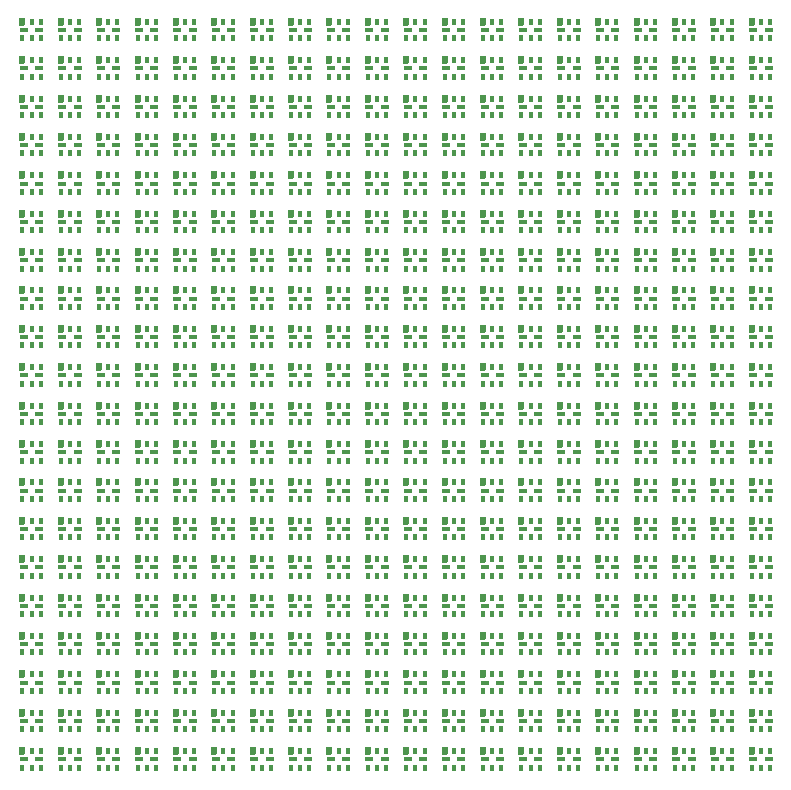
<source format=gbr>
%TF.GenerationSoftware,KiCad,Pcbnew,8.0.3*%
%TF.CreationDate,2024-08-22T18:58:11+02:00*%
%TF.ProjectId,inz,696e7a2e-6b69-4636-9164-5f7063625858,rev?*%
%TF.SameCoordinates,Original*%
%TF.FileFunction,Paste,Top*%
%TF.FilePolarity,Positive*%
%FSLAX46Y46*%
G04 Gerber Fmt 4.6, Leading zero omitted, Abs format (unit mm)*
G04 Created by KiCad (PCBNEW 8.0.3) date 2024-08-22 18:58:11*
%MOMM*%
%LPD*%
G01*
G04 APERTURE LIST*
G04 Aperture macros list*
%AMOutline5P*
0 Free polygon, 5 corners , with rotation*
0 The origin of the aperture is its center*
0 number of corners: always 5*
0 $1 to $10 corner X, Y*
0 $11 Rotation angle, in degrees counterclockwise*
0 create outline with 5 corners*
4,1,5,$1,$2,$3,$4,$5,$6,$7,$8,$9,$10,$1,$2,$11*%
%AMOutline6P*
0 Free polygon, 6 corners , with rotation*
0 The origin of the aperture is its center*
0 number of corners: always 6*
0 $1 to $12 corner X, Y*
0 $13 Rotation angle, in degrees counterclockwise*
0 create outline with 6 corners*
4,1,6,$1,$2,$3,$4,$5,$6,$7,$8,$9,$10,$11,$12,$1,$2,$13*%
%AMOutline7P*
0 Free polygon, 7 corners , with rotation*
0 The origin of the aperture is its center*
0 number of corners: always 7*
0 $1 to $14 corner X, Y*
0 $15 Rotation angle, in degrees counterclockwise*
0 create outline with 7 corners*
4,1,7,$1,$2,$3,$4,$5,$6,$7,$8,$9,$10,$11,$12,$13,$14,$1,$2,$15*%
%AMOutline8P*
0 Free polygon, 8 corners , with rotation*
0 The origin of the aperture is its center*
0 number of corners: always 8*
0 $1 to $16 corner X, Y*
0 $17 Rotation angle, in degrees counterclockwise*
0 create outline with 8 corners*
4,1,8,$1,$2,$3,$4,$5,$6,$7,$8,$9,$10,$11,$12,$13,$14,$15,$16,$1,$2,$17*%
G04 Aperture macros list end*
%ADD10R,0.450000X0.600000*%
%ADD11R,0.700000X0.300000*%
%ADD12Outline5P,-0.300000X0.225000X0.210000X0.225000X0.300000X0.135000X0.300000X-0.225000X-0.300000X-0.225000X270.000000*%
G04 APERTURE END LIST*
D10*
%TO.C,U220*%
X120925000Y-65900000D03*
X121700000Y-65900000D03*
D11*
X121575000Y-66600000D03*
D10*
X120925000Y-67300000D03*
D12*
X120150000Y-65900000D03*
D11*
X120275000Y-66600000D03*
D10*
X121700000Y-67300000D03*
X120150000Y-67300000D03*
%TD*%
%TO.C,U147*%
X130675000Y-108150000D03*
X131450000Y-108150000D03*
D11*
X131325000Y-108850000D03*
D10*
X130675000Y-109550000D03*
D12*
X129900000Y-108150000D03*
D11*
X130025000Y-108850000D03*
D10*
X131450000Y-109550000D03*
X129900000Y-109550000D03*
%TD*%
%TO.C,U204*%
X120925000Y-117900000D03*
X121700000Y-117900000D03*
D11*
X121575000Y-118600000D03*
D10*
X120925000Y-119300000D03*
D12*
X120150000Y-117900000D03*
D11*
X120275000Y-118600000D03*
D10*
X121700000Y-119300000D03*
X120150000Y-119300000D03*
%TD*%
%TO.C,U140*%
X133925000Y-65900000D03*
X134700000Y-65900000D03*
D11*
X134575000Y-66600000D03*
D10*
X133925000Y-67300000D03*
D12*
X133150000Y-65900000D03*
D11*
X133275000Y-66600000D03*
D10*
X134700000Y-67300000D03*
X133150000Y-67300000D03*
%TD*%
%TO.C,U335*%
X101425000Y-82150000D03*
X102200000Y-82150000D03*
D11*
X102075000Y-82850000D03*
D10*
X101425000Y-83550000D03*
D12*
X100650000Y-82150000D03*
D11*
X100775000Y-82850000D03*
D10*
X102200000Y-83550000D03*
X100650000Y-83550000D03*
%TD*%
%TO.C,U387*%
X91675000Y-108150000D03*
X92450000Y-108150000D03*
D11*
X92325000Y-108850000D03*
D10*
X91675000Y-109550000D03*
D12*
X90900000Y-108150000D03*
D11*
X91025000Y-108850000D03*
D10*
X92450000Y-109550000D03*
X90900000Y-109550000D03*
%TD*%
%TO.C,U313*%
X104675000Y-88650000D03*
X105450000Y-88650000D03*
D11*
X105325000Y-89350000D03*
D10*
X104675000Y-90050000D03*
D12*
X103900000Y-88650000D03*
D11*
X104025000Y-89350000D03*
D10*
X105450000Y-90050000D03*
X103900000Y-90050000D03*
%TD*%
%TO.C,U271*%
X111175000Y-95150000D03*
X111950000Y-95150000D03*
D11*
X111825000Y-95850000D03*
D10*
X111175000Y-96550000D03*
D12*
X110400000Y-95150000D03*
D11*
X110525000Y-95850000D03*
D10*
X111950000Y-96550000D03*
X110400000Y-96550000D03*
%TD*%
%TO.C,U99*%
X140425000Y-69150000D03*
X141200000Y-69150000D03*
D11*
X141075000Y-69850000D03*
D10*
X140425000Y-70550000D03*
D12*
X139650000Y-69150000D03*
D11*
X139775000Y-69850000D03*
D10*
X141200000Y-70550000D03*
X139650000Y-70550000D03*
%TD*%
%TO.C,U67*%
X143675000Y-108150000D03*
X144450000Y-108150000D03*
D11*
X144325000Y-108850000D03*
D10*
X143675000Y-109550000D03*
D12*
X142900000Y-108150000D03*
D11*
X143025000Y-108850000D03*
D10*
X144450000Y-109550000D03*
X142900000Y-109550000D03*
%TD*%
%TO.C,U22*%
X153425000Y-59400000D03*
X154200000Y-59400000D03*
D11*
X154075000Y-60100000D03*
D10*
X153425000Y-60800000D03*
D12*
X152650000Y-59400000D03*
D11*
X152775000Y-60100000D03*
D10*
X154200000Y-60800000D03*
X152650000Y-60800000D03*
%TD*%
%TO.C,U27*%
X150175000Y-108150000D03*
X150950000Y-108150000D03*
D11*
X150825000Y-108850000D03*
D10*
X150175000Y-109550000D03*
D12*
X149400000Y-108150000D03*
D11*
X149525000Y-108850000D03*
D10*
X150950000Y-109550000D03*
X149400000Y-109550000D03*
%TD*%
%TO.C,U337*%
X101425000Y-75650000D03*
X102200000Y-75650000D03*
D11*
X102075000Y-76350000D03*
D10*
X101425000Y-77050000D03*
D12*
X100650000Y-75650000D03*
D11*
X100775000Y-76350000D03*
D10*
X102200000Y-77050000D03*
X100650000Y-77050000D03*
%TD*%
%TO.C,U87*%
X140425000Y-108150000D03*
X141200000Y-108150000D03*
D11*
X141075000Y-108850000D03*
D10*
X140425000Y-109550000D03*
D12*
X139650000Y-108150000D03*
D11*
X139775000Y-108850000D03*
D10*
X141200000Y-109550000D03*
X139650000Y-109550000D03*
%TD*%
%TO.C,U203*%
X120925000Y-121150000D03*
X121700000Y-121150000D03*
D11*
X121575000Y-121850000D03*
D10*
X120925000Y-122550000D03*
D12*
X120150000Y-121150000D03*
D11*
X120275000Y-121850000D03*
D10*
X121700000Y-122550000D03*
X120150000Y-122550000D03*
%TD*%
%TO.C,U398*%
X91675000Y-72400000D03*
X92450000Y-72400000D03*
D11*
X92325000Y-73100000D03*
D10*
X91675000Y-73800000D03*
D12*
X90900000Y-72400000D03*
D11*
X91025000Y-73100000D03*
D10*
X92450000Y-73800000D03*
X90900000Y-73800000D03*
%TD*%
%TO.C,U324*%
X101425000Y-117900000D03*
X102200000Y-117900000D03*
D11*
X102075000Y-118600000D03*
D10*
X101425000Y-119300000D03*
D12*
X100650000Y-117900000D03*
D11*
X100775000Y-118600000D03*
D10*
X102200000Y-119300000D03*
X100650000Y-119300000D03*
%TD*%
%TO.C,U63*%
X143675000Y-121150000D03*
X144450000Y-121150000D03*
D11*
X144325000Y-121850000D03*
D10*
X143675000Y-122550000D03*
D12*
X142900000Y-121150000D03*
D11*
X143025000Y-121850000D03*
D10*
X144450000Y-122550000D03*
X142900000Y-122550000D03*
%TD*%
%TO.C,U219*%
X120925000Y-69150000D03*
X121700000Y-69150000D03*
D11*
X121575000Y-69850000D03*
D10*
X120925000Y-70550000D03*
D12*
X120150000Y-69150000D03*
D11*
X120275000Y-69850000D03*
D10*
X121700000Y-70550000D03*
X120150000Y-70550000D03*
%TD*%
%TO.C,U228*%
X117675000Y-104900000D03*
X118450000Y-104900000D03*
D11*
X118325000Y-105600000D03*
D10*
X117675000Y-106300000D03*
D12*
X116900000Y-104900000D03*
D11*
X117025000Y-105600000D03*
D10*
X118450000Y-106300000D03*
X116900000Y-106300000D03*
%TD*%
%TO.C,U30*%
X150175000Y-98400000D03*
X150950000Y-98400000D03*
D11*
X150825000Y-99100000D03*
D10*
X150175000Y-99800000D03*
D12*
X149400000Y-98400000D03*
D11*
X149525000Y-99100000D03*
D10*
X150950000Y-99800000D03*
X149400000Y-99800000D03*
%TD*%
%TO.C,U76*%
X143675000Y-78900000D03*
X144450000Y-78900000D03*
D11*
X144325000Y-79600000D03*
D10*
X143675000Y-80300000D03*
D12*
X142900000Y-78900000D03*
D11*
X143025000Y-79600000D03*
D10*
X144450000Y-80300000D03*
X142900000Y-80300000D03*
%TD*%
%TO.C,U359*%
X98175000Y-69150000D03*
X98950000Y-69150000D03*
D11*
X98825000Y-69850000D03*
D10*
X98175000Y-70550000D03*
D12*
X97400000Y-69150000D03*
D11*
X97525000Y-69850000D03*
D10*
X98950000Y-70550000D03*
X97400000Y-70550000D03*
%TD*%
%TO.C,U128*%
X133925000Y-104900000D03*
X134700000Y-104900000D03*
D11*
X134575000Y-105600000D03*
D10*
X133925000Y-106300000D03*
D12*
X133150000Y-104900000D03*
D11*
X133275000Y-105600000D03*
D10*
X134700000Y-106300000D03*
X133150000Y-106300000D03*
%TD*%
%TO.C,U135*%
X133925000Y-82150000D03*
X134700000Y-82150000D03*
D11*
X134575000Y-82850000D03*
D10*
X133925000Y-83550000D03*
D12*
X133150000Y-82150000D03*
D11*
X133275000Y-82850000D03*
D10*
X134700000Y-83550000D03*
X133150000Y-83550000D03*
%TD*%
%TO.C,U262*%
X114425000Y-59400000D03*
X115200000Y-59400000D03*
D11*
X115075000Y-60100000D03*
D10*
X114425000Y-60800000D03*
D12*
X113650000Y-59400000D03*
D11*
X113775000Y-60100000D03*
D10*
X115200000Y-60800000D03*
X113650000Y-60800000D03*
%TD*%
%TO.C,U8*%
X153425000Y-104900000D03*
X154200000Y-104900000D03*
D11*
X154075000Y-105600000D03*
D10*
X153425000Y-106300000D03*
D12*
X152650000Y-104900000D03*
D11*
X152775000Y-105600000D03*
D10*
X154200000Y-106300000D03*
X152650000Y-106300000D03*
%TD*%
%TO.C,U129*%
X133925000Y-101650000D03*
X134700000Y-101650000D03*
D11*
X134575000Y-102350000D03*
D10*
X133925000Y-103050000D03*
D12*
X133150000Y-101650000D03*
D11*
X133275000Y-102350000D03*
D10*
X134700000Y-103050000D03*
X133150000Y-103050000D03*
%TD*%
%TO.C,U376*%
X94925000Y-78900000D03*
X95700000Y-78900000D03*
D11*
X95575000Y-79600000D03*
D10*
X94925000Y-80300000D03*
D12*
X94150000Y-78900000D03*
D11*
X94275000Y-79600000D03*
D10*
X95700000Y-80300000D03*
X94150000Y-80300000D03*
%TD*%
%TO.C,U95*%
X140425000Y-82150000D03*
X141200000Y-82150000D03*
D11*
X141075000Y-82850000D03*
D10*
X140425000Y-83550000D03*
D12*
X139650000Y-82150000D03*
D11*
X139775000Y-82850000D03*
D10*
X141200000Y-83550000D03*
X139650000Y-83550000D03*
%TD*%
%TO.C,U272*%
X111175000Y-91900000D03*
X111950000Y-91900000D03*
D11*
X111825000Y-92600000D03*
D10*
X111175000Y-93300000D03*
D12*
X110400000Y-91900000D03*
D11*
X110525000Y-92600000D03*
D10*
X111950000Y-93300000D03*
X110400000Y-93300000D03*
%TD*%
%TO.C,U75*%
X143675000Y-82150000D03*
X144450000Y-82150000D03*
D11*
X144325000Y-82850000D03*
D10*
X143675000Y-83550000D03*
D12*
X142900000Y-82150000D03*
D11*
X143025000Y-82850000D03*
D10*
X144450000Y-83550000D03*
X142900000Y-83550000D03*
%TD*%
%TO.C,U306*%
X104675000Y-111400000D03*
X105450000Y-111400000D03*
D11*
X105325000Y-112100000D03*
D10*
X104675000Y-112800000D03*
D12*
X103900000Y-111400000D03*
D11*
X104025000Y-112100000D03*
D10*
X105450000Y-112800000D03*
X103900000Y-112800000D03*
%TD*%
%TO.C,U186*%
X124175000Y-111400000D03*
X124950000Y-111400000D03*
D11*
X124825000Y-112100000D03*
D10*
X124175000Y-112800000D03*
D12*
X123400000Y-111400000D03*
D11*
X123525000Y-112100000D03*
D10*
X124950000Y-112800000D03*
X123400000Y-112800000D03*
%TD*%
%TO.C,U356*%
X98175000Y-78900000D03*
X98950000Y-78900000D03*
D11*
X98825000Y-79600000D03*
D10*
X98175000Y-80300000D03*
D12*
X97400000Y-78900000D03*
D11*
X97525000Y-79600000D03*
D10*
X98950000Y-80300000D03*
X97400000Y-80300000D03*
%TD*%
%TO.C,U53*%
X146925000Y-88650000D03*
X147700000Y-88650000D03*
D11*
X147575000Y-89350000D03*
D10*
X146925000Y-90050000D03*
D12*
X146150000Y-88650000D03*
D11*
X146275000Y-89350000D03*
D10*
X147700000Y-90050000D03*
X146150000Y-90050000D03*
%TD*%
%TO.C,U155*%
X130675000Y-82150000D03*
X131450000Y-82150000D03*
D11*
X131325000Y-82850000D03*
D10*
X130675000Y-83550000D03*
D12*
X129900000Y-82150000D03*
D11*
X130025000Y-82850000D03*
D10*
X131450000Y-83550000D03*
X129900000Y-83550000D03*
%TD*%
%TO.C,U116*%
X137175000Y-78900000D03*
X137950000Y-78900000D03*
D11*
X137825000Y-79600000D03*
D10*
X137175000Y-80300000D03*
D12*
X136400000Y-78900000D03*
D11*
X136525000Y-79600000D03*
D10*
X137950000Y-80300000D03*
X136400000Y-80300000D03*
%TD*%
%TO.C,U172*%
X127425000Y-91900000D03*
X128200000Y-91900000D03*
D11*
X128075000Y-92600000D03*
D10*
X127425000Y-93300000D03*
D12*
X126650000Y-91900000D03*
D11*
X126775000Y-92600000D03*
D10*
X128200000Y-93300000D03*
X126650000Y-93300000D03*
%TD*%
%TO.C,U149*%
X130675000Y-101650000D03*
X131450000Y-101650000D03*
D11*
X131325000Y-102350000D03*
D10*
X130675000Y-103050000D03*
D12*
X129900000Y-101650000D03*
D11*
X130025000Y-102350000D03*
D10*
X131450000Y-103050000D03*
X129900000Y-103050000D03*
%TD*%
%TO.C,U191*%
X124175000Y-95150000D03*
X124950000Y-95150000D03*
D11*
X124825000Y-95850000D03*
D10*
X124175000Y-96550000D03*
D12*
X123400000Y-95150000D03*
D11*
X123525000Y-95850000D03*
D10*
X124950000Y-96550000D03*
X123400000Y-96550000D03*
%TD*%
%TO.C,U287*%
X107925000Y-108150000D03*
X108700000Y-108150000D03*
D11*
X108575000Y-108850000D03*
D10*
X107925000Y-109550000D03*
D12*
X107150000Y-108150000D03*
D11*
X107275000Y-108850000D03*
D10*
X108700000Y-109550000D03*
X107150000Y-109550000D03*
%TD*%
%TO.C,U251*%
X114425000Y-95150000D03*
X115200000Y-95150000D03*
D11*
X115075000Y-95850000D03*
D10*
X114425000Y-96550000D03*
D12*
X113650000Y-95150000D03*
D11*
X113775000Y-95850000D03*
D10*
X115200000Y-96550000D03*
X113650000Y-96550000D03*
%TD*%
%TO.C,U122*%
X137175000Y-59400000D03*
X137950000Y-59400000D03*
D11*
X137825000Y-60100000D03*
D10*
X137175000Y-60800000D03*
D12*
X136400000Y-59400000D03*
D11*
X136525000Y-60100000D03*
D10*
X137950000Y-60800000D03*
X136400000Y-60800000D03*
%TD*%
%TO.C,U323*%
X101425000Y-121150000D03*
X102200000Y-121150000D03*
D11*
X102075000Y-121850000D03*
D10*
X101425000Y-122550000D03*
D12*
X100650000Y-121150000D03*
D11*
X100775000Y-121850000D03*
D10*
X102200000Y-122550000D03*
X100650000Y-122550000D03*
%TD*%
%TO.C,U269*%
X111175000Y-101650000D03*
X111950000Y-101650000D03*
D11*
X111825000Y-102350000D03*
D10*
X111175000Y-103050000D03*
D12*
X110400000Y-101650000D03*
D11*
X110525000Y-102350000D03*
D10*
X111950000Y-103050000D03*
X110400000Y-103050000D03*
%TD*%
%TO.C,U90*%
X140425000Y-98400000D03*
X141200000Y-98400000D03*
D11*
X141075000Y-99100000D03*
D10*
X140425000Y-99800000D03*
D12*
X139650000Y-98400000D03*
D11*
X139775000Y-99100000D03*
D10*
X141200000Y-99800000D03*
X139650000Y-99800000D03*
%TD*%
%TO.C,U391*%
X91675000Y-95150000D03*
X92450000Y-95150000D03*
D11*
X92325000Y-95850000D03*
D10*
X91675000Y-96550000D03*
D12*
X90900000Y-95150000D03*
D11*
X91025000Y-95850000D03*
D10*
X92450000Y-96550000D03*
X90900000Y-96550000D03*
%TD*%
%TO.C,U346*%
X98175000Y-111400000D03*
X98950000Y-111400000D03*
D11*
X98825000Y-112100000D03*
D10*
X98175000Y-112800000D03*
D12*
X97400000Y-111400000D03*
D11*
X97525000Y-112100000D03*
D10*
X98950000Y-112800000D03*
X97400000Y-112800000D03*
%TD*%
%TO.C,U312*%
X104675000Y-91900000D03*
X105450000Y-91900000D03*
D11*
X105325000Y-92600000D03*
D10*
X104675000Y-93300000D03*
D12*
X103900000Y-91900000D03*
D11*
X104025000Y-92600000D03*
D10*
X105450000Y-93300000D03*
X103900000Y-93300000D03*
%TD*%
%TO.C,U127*%
X133925000Y-108150000D03*
X134700000Y-108150000D03*
D11*
X134575000Y-108850000D03*
D10*
X133925000Y-109550000D03*
D12*
X133150000Y-108150000D03*
D11*
X133275000Y-108850000D03*
D10*
X134700000Y-109550000D03*
X133150000Y-109550000D03*
%TD*%
%TO.C,U145*%
X130675000Y-114650000D03*
X131450000Y-114650000D03*
D11*
X131325000Y-115350000D03*
D10*
X130675000Y-116050000D03*
D12*
X129900000Y-114650000D03*
D11*
X130025000Y-115350000D03*
D10*
X131450000Y-116050000D03*
X129900000Y-116050000D03*
%TD*%
%TO.C,U297*%
X107925000Y-75650000D03*
X108700000Y-75650000D03*
D11*
X108575000Y-76350000D03*
D10*
X107925000Y-77050000D03*
D12*
X107150000Y-75650000D03*
D11*
X107275000Y-76350000D03*
D10*
X108700000Y-77050000D03*
X107150000Y-77050000D03*
%TD*%
%TO.C,U173*%
X127425000Y-88650000D03*
X128200000Y-88650000D03*
D11*
X128075000Y-89350000D03*
D10*
X127425000Y-90050000D03*
D12*
X126650000Y-88650000D03*
D11*
X126775000Y-89350000D03*
D10*
X128200000Y-90050000D03*
X126650000Y-90050000D03*
%TD*%
%TO.C,U28*%
X150175000Y-104900000D03*
X150950000Y-104900000D03*
D11*
X150825000Y-105600000D03*
D10*
X150175000Y-106300000D03*
D12*
X149400000Y-104900000D03*
D11*
X149525000Y-105600000D03*
D10*
X150950000Y-106300000D03*
X149400000Y-106300000D03*
%TD*%
%TO.C,U329*%
X101425000Y-101650000D03*
X102200000Y-101650000D03*
D11*
X102075000Y-102350000D03*
D10*
X101425000Y-103050000D03*
D12*
X100650000Y-101650000D03*
D11*
X100775000Y-102350000D03*
D10*
X102200000Y-103050000D03*
X100650000Y-103050000D03*
%TD*%
%TO.C,U119*%
X137175000Y-69150000D03*
X137950000Y-69150000D03*
D11*
X137825000Y-69850000D03*
D10*
X137175000Y-70550000D03*
D12*
X136400000Y-69150000D03*
D11*
X136525000Y-69850000D03*
D10*
X137950000Y-70550000D03*
X136400000Y-70550000D03*
%TD*%
%TO.C,U370*%
X94925000Y-98400000D03*
X95700000Y-98400000D03*
D11*
X95575000Y-99100000D03*
D10*
X94925000Y-99800000D03*
D12*
X94150000Y-98400000D03*
D11*
X94275000Y-99100000D03*
D10*
X95700000Y-99800000D03*
X94150000Y-99800000D03*
%TD*%
%TO.C,U24*%
X150175000Y-117900000D03*
X150950000Y-117900000D03*
D11*
X150825000Y-118600000D03*
D10*
X150175000Y-119300000D03*
D12*
X149400000Y-117900000D03*
D11*
X149525000Y-118600000D03*
D10*
X150950000Y-119300000D03*
X149400000Y-119300000D03*
%TD*%
%TO.C,U57*%
X146925000Y-75650000D03*
X147700000Y-75650000D03*
D11*
X147575000Y-76350000D03*
D10*
X146925000Y-77050000D03*
D12*
X146150000Y-75650000D03*
D11*
X146275000Y-76350000D03*
D10*
X147700000Y-77050000D03*
X146150000Y-77050000D03*
%TD*%
%TO.C,U267*%
X111175000Y-108150000D03*
X111950000Y-108150000D03*
D11*
X111825000Y-108850000D03*
D10*
X111175000Y-109550000D03*
D12*
X110400000Y-108150000D03*
D11*
X110525000Y-108850000D03*
D10*
X111950000Y-109550000D03*
X110400000Y-109550000D03*
%TD*%
%TO.C,U18*%
X153425000Y-72400000D03*
X154200000Y-72400000D03*
D11*
X154075000Y-73100000D03*
D10*
X153425000Y-73800000D03*
D12*
X152650000Y-72400000D03*
D11*
X152775000Y-73100000D03*
D10*
X154200000Y-73800000D03*
X152650000Y-73800000D03*
%TD*%
%TO.C,U336*%
X101425000Y-78900000D03*
X102200000Y-78900000D03*
D11*
X102075000Y-79600000D03*
D10*
X101425000Y-80300000D03*
D12*
X100650000Y-78900000D03*
D11*
X100775000Y-79600000D03*
D10*
X102200000Y-80300000D03*
X100650000Y-80300000D03*
%TD*%
%TO.C,U289*%
X107925000Y-101650000D03*
X108700000Y-101650000D03*
D11*
X108575000Y-102350000D03*
D10*
X107925000Y-103050000D03*
D12*
X107150000Y-101650000D03*
D11*
X107275000Y-102350000D03*
D10*
X108700000Y-103050000D03*
X107150000Y-103050000D03*
%TD*%
%TO.C,U393*%
X91675000Y-88650000D03*
X92450000Y-88650000D03*
D11*
X92325000Y-89350000D03*
D10*
X91675000Y-90050000D03*
D12*
X90900000Y-88650000D03*
D11*
X91025000Y-89350000D03*
D10*
X92450000Y-90050000D03*
X90900000Y-90050000D03*
%TD*%
%TO.C,U81*%
X143675000Y-62650000D03*
X144450000Y-62650000D03*
D11*
X144325000Y-63350000D03*
D10*
X143675000Y-64050000D03*
D12*
X142900000Y-62650000D03*
D11*
X143025000Y-63350000D03*
D10*
X144450000Y-64050000D03*
X142900000Y-64050000D03*
%TD*%
%TO.C,U353*%
X98175000Y-88650000D03*
X98950000Y-88650000D03*
D11*
X98825000Y-89350000D03*
D10*
X98175000Y-90050000D03*
D12*
X97400000Y-88650000D03*
D11*
X97525000Y-89350000D03*
D10*
X98950000Y-90050000D03*
X97400000Y-90050000D03*
%TD*%
%TO.C,U292*%
X107925000Y-91900000D03*
X108700000Y-91900000D03*
D11*
X108575000Y-92600000D03*
D10*
X107925000Y-93300000D03*
D12*
X107150000Y-91900000D03*
D11*
X107275000Y-92600000D03*
D10*
X108700000Y-93300000D03*
X107150000Y-93300000D03*
%TD*%
%TO.C,U230*%
X117675000Y-98400000D03*
X118450000Y-98400000D03*
D11*
X118325000Y-99100000D03*
D10*
X117675000Y-99800000D03*
D12*
X116900000Y-98400000D03*
D11*
X117025000Y-99100000D03*
D10*
X118450000Y-99800000D03*
X116900000Y-99800000D03*
%TD*%
%TO.C,U171*%
X127425000Y-95150000D03*
X128200000Y-95150000D03*
D11*
X128075000Y-95850000D03*
D10*
X127425000Y-96550000D03*
D12*
X126650000Y-95150000D03*
D11*
X126775000Y-95850000D03*
D10*
X128200000Y-96550000D03*
X126650000Y-96550000D03*
%TD*%
%TO.C,U380*%
X94925000Y-65900000D03*
X95700000Y-65900000D03*
D11*
X95575000Y-66600000D03*
D10*
X94925000Y-67300000D03*
D12*
X94150000Y-65900000D03*
D11*
X94275000Y-66600000D03*
D10*
X95700000Y-67300000D03*
X94150000Y-67300000D03*
%TD*%
%TO.C,U215*%
X120925000Y-82150000D03*
X121700000Y-82150000D03*
D11*
X121575000Y-82850000D03*
D10*
X120925000Y-83550000D03*
D12*
X120150000Y-82150000D03*
D11*
X120275000Y-82850000D03*
D10*
X121700000Y-83550000D03*
X120150000Y-83550000D03*
%TD*%
%TO.C,U321*%
X104675000Y-62650000D03*
X105450000Y-62650000D03*
D11*
X105325000Y-63350000D03*
D10*
X104675000Y-64050000D03*
D12*
X103900000Y-62650000D03*
D11*
X104025000Y-63350000D03*
D10*
X105450000Y-64050000D03*
X103900000Y-64050000D03*
%TD*%
%TO.C,U92*%
X140425000Y-91900000D03*
X141200000Y-91900000D03*
D11*
X141075000Y-92600000D03*
D10*
X140425000Y-93300000D03*
D12*
X139650000Y-91900000D03*
D11*
X139775000Y-92600000D03*
D10*
X141200000Y-93300000D03*
X139650000Y-93300000D03*
%TD*%
%TO.C,U120*%
X137175000Y-65900000D03*
X137950000Y-65900000D03*
D11*
X137825000Y-66600000D03*
D10*
X137175000Y-67300000D03*
D12*
X136400000Y-65900000D03*
D11*
X136525000Y-66600000D03*
D10*
X137950000Y-67300000D03*
X136400000Y-67300000D03*
%TD*%
%TO.C,U285*%
X107925000Y-114650000D03*
X108700000Y-114650000D03*
D11*
X108575000Y-115350000D03*
D10*
X107925000Y-116050000D03*
D12*
X107150000Y-114650000D03*
D11*
X107275000Y-115350000D03*
D10*
X108700000Y-116050000D03*
X107150000Y-116050000D03*
%TD*%
%TO.C,U142*%
X133925000Y-59400000D03*
X134700000Y-59400000D03*
D11*
X134575000Y-60100000D03*
D10*
X133925000Y-60800000D03*
D12*
X133150000Y-59400000D03*
D11*
X133275000Y-60100000D03*
D10*
X134700000Y-60800000D03*
X133150000Y-60800000D03*
%TD*%
%TO.C,U100*%
X140425000Y-65900000D03*
X141200000Y-65900000D03*
D11*
X141075000Y-66600000D03*
D10*
X140425000Y-67300000D03*
D12*
X139650000Y-65900000D03*
D11*
X139775000Y-66600000D03*
D10*
X141200000Y-67300000D03*
X139650000Y-67300000D03*
%TD*%
%TO.C,U374*%
X94925000Y-85400000D03*
X95700000Y-85400000D03*
D11*
X95575000Y-86100000D03*
D10*
X94925000Y-86800000D03*
D12*
X94150000Y-85400000D03*
D11*
X94275000Y-86100000D03*
D10*
X95700000Y-86800000D03*
X94150000Y-86800000D03*
%TD*%
%TO.C,U367*%
X94925000Y-108150000D03*
X95700000Y-108150000D03*
D11*
X95575000Y-108850000D03*
D10*
X94925000Y-109550000D03*
D12*
X94150000Y-108150000D03*
D11*
X94275000Y-108850000D03*
D10*
X95700000Y-109550000D03*
X94150000Y-109550000D03*
%TD*%
%TO.C,U214*%
X120925000Y-85400000D03*
X121700000Y-85400000D03*
D11*
X121575000Y-86100000D03*
D10*
X120925000Y-86800000D03*
D12*
X120150000Y-85400000D03*
D11*
X120275000Y-86100000D03*
D10*
X121700000Y-86800000D03*
X120150000Y-86800000D03*
%TD*%
%TO.C,U322*%
X104675000Y-59400000D03*
X105450000Y-59400000D03*
D11*
X105325000Y-60100000D03*
D10*
X104675000Y-60800000D03*
D12*
X103900000Y-59400000D03*
D11*
X104025000Y-60100000D03*
D10*
X105450000Y-60800000D03*
X103900000Y-60800000D03*
%TD*%
%TO.C,U302*%
X107925000Y-59400000D03*
X108700000Y-59400000D03*
D11*
X108575000Y-60100000D03*
D10*
X107925000Y-60800000D03*
D12*
X107150000Y-59400000D03*
D11*
X107275000Y-60100000D03*
D10*
X108700000Y-60800000D03*
X107150000Y-60800000D03*
%TD*%
%TO.C,U352*%
X98175000Y-91900000D03*
X98950000Y-91900000D03*
D11*
X98825000Y-92600000D03*
D10*
X98175000Y-93300000D03*
D12*
X97400000Y-91900000D03*
D11*
X97525000Y-92600000D03*
D10*
X98950000Y-93300000D03*
X97400000Y-93300000D03*
%TD*%
%TO.C,U345*%
X98175000Y-114650000D03*
X98950000Y-114650000D03*
D11*
X98825000Y-115350000D03*
D10*
X98175000Y-116050000D03*
D12*
X97400000Y-114650000D03*
D11*
X97525000Y-115350000D03*
D10*
X98950000Y-116050000D03*
X97400000Y-116050000D03*
%TD*%
%TO.C,U260*%
X114425000Y-65900000D03*
X115200000Y-65900000D03*
D11*
X115075000Y-66600000D03*
D10*
X114425000Y-67300000D03*
D12*
X113650000Y-65900000D03*
D11*
X113775000Y-66600000D03*
D10*
X115200000Y-67300000D03*
X113650000Y-67300000D03*
%TD*%
%TO.C,U185*%
X124175000Y-114650000D03*
X124950000Y-114650000D03*
D11*
X124825000Y-115350000D03*
D10*
X124175000Y-116050000D03*
D12*
X123400000Y-114650000D03*
D11*
X123525000Y-115350000D03*
D10*
X124950000Y-116050000D03*
X123400000Y-116050000D03*
%TD*%
%TO.C,U338*%
X101425000Y-72400000D03*
X102200000Y-72400000D03*
D11*
X102075000Y-73100000D03*
D10*
X101425000Y-73800000D03*
D12*
X100650000Y-72400000D03*
D11*
X100775000Y-73100000D03*
D10*
X102200000Y-73800000D03*
X100650000Y-73800000D03*
%TD*%
%TO.C,U317*%
X104675000Y-75650000D03*
X105450000Y-75650000D03*
D11*
X105325000Y-76350000D03*
D10*
X104675000Y-77050000D03*
D12*
X103900000Y-75650000D03*
D11*
X104025000Y-76350000D03*
D10*
X105450000Y-77050000D03*
X103900000Y-77050000D03*
%TD*%
%TO.C,U372*%
X94925000Y-91900000D03*
X95700000Y-91900000D03*
D11*
X95575000Y-92600000D03*
D10*
X94925000Y-93300000D03*
D12*
X94150000Y-91900000D03*
D11*
X94275000Y-92600000D03*
D10*
X95700000Y-93300000D03*
X94150000Y-93300000D03*
%TD*%
%TO.C,U93*%
X140425000Y-88650000D03*
X141200000Y-88650000D03*
D11*
X141075000Y-89350000D03*
D10*
X140425000Y-90050000D03*
D12*
X139650000Y-88650000D03*
D11*
X139775000Y-89350000D03*
D10*
X141200000Y-90050000D03*
X139650000Y-90050000D03*
%TD*%
%TO.C,U180*%
X127425000Y-65900000D03*
X128200000Y-65900000D03*
D11*
X128075000Y-66600000D03*
D10*
X127425000Y-67300000D03*
D12*
X126650000Y-65900000D03*
D11*
X126775000Y-66600000D03*
D10*
X128200000Y-67300000D03*
X126650000Y-67300000D03*
%TD*%
%TO.C,U350*%
X98175000Y-98400000D03*
X98950000Y-98400000D03*
D11*
X98825000Y-99100000D03*
D10*
X98175000Y-99800000D03*
D12*
X97400000Y-98400000D03*
D11*
X97525000Y-99100000D03*
D10*
X98950000Y-99800000D03*
X97400000Y-99800000D03*
%TD*%
%TO.C,U31*%
X150175000Y-95150000D03*
X150950000Y-95150000D03*
D11*
X150825000Y-95850000D03*
D10*
X150175000Y-96550000D03*
D12*
X149400000Y-95150000D03*
D11*
X149525000Y-95850000D03*
D10*
X150950000Y-96550000D03*
X149400000Y-96550000D03*
%TD*%
%TO.C,U343*%
X98175000Y-121150000D03*
X98950000Y-121150000D03*
D11*
X98825000Y-121850000D03*
D10*
X98175000Y-122550000D03*
D12*
X97400000Y-121150000D03*
D11*
X97525000Y-121850000D03*
D10*
X98950000Y-122550000D03*
X97400000Y-122550000D03*
%TD*%
%TO.C,U144*%
X130675000Y-117900000D03*
X131450000Y-117900000D03*
D11*
X131325000Y-118600000D03*
D10*
X130675000Y-119300000D03*
D12*
X129900000Y-117900000D03*
D11*
X130025000Y-118600000D03*
D10*
X131450000Y-119300000D03*
X129900000Y-119300000D03*
%TD*%
%TO.C,U259*%
X114425000Y-69150000D03*
X115200000Y-69150000D03*
D11*
X115075000Y-69850000D03*
D10*
X114425000Y-70550000D03*
D12*
X113650000Y-69150000D03*
D11*
X113775000Y-69850000D03*
D10*
X115200000Y-70550000D03*
X113650000Y-70550000D03*
%TD*%
%TO.C,U62*%
X146925000Y-59400000D03*
X147700000Y-59400000D03*
D11*
X147575000Y-60100000D03*
D10*
X146925000Y-60800000D03*
D12*
X146150000Y-59400000D03*
D11*
X146275000Y-60100000D03*
D10*
X147700000Y-60800000D03*
X146150000Y-60800000D03*
%TD*%
%TO.C,U239*%
X117675000Y-69150000D03*
X118450000Y-69150000D03*
D11*
X118325000Y-69850000D03*
D10*
X117675000Y-70550000D03*
D12*
X116900000Y-69150000D03*
D11*
X117025000Y-69850000D03*
D10*
X118450000Y-70550000D03*
X116900000Y-70550000D03*
%TD*%
%TO.C,U162*%
X130675000Y-59400000D03*
X131450000Y-59400000D03*
D11*
X131325000Y-60100000D03*
D10*
X130675000Y-60800000D03*
D12*
X129900000Y-59400000D03*
D11*
X130025000Y-60100000D03*
D10*
X131450000Y-60800000D03*
X129900000Y-60800000D03*
%TD*%
%TO.C,U141*%
X133925000Y-62650000D03*
X134700000Y-62650000D03*
D11*
X134575000Y-63350000D03*
D10*
X133925000Y-64050000D03*
D12*
X133150000Y-62650000D03*
D11*
X133275000Y-63350000D03*
D10*
X134700000Y-64050000D03*
X133150000Y-64050000D03*
%TD*%
%TO.C,U305*%
X104675000Y-114650000D03*
X105450000Y-114650000D03*
D11*
X105325000Y-115350000D03*
D10*
X104675000Y-116050000D03*
D12*
X103900000Y-114650000D03*
D11*
X104025000Y-115350000D03*
D10*
X105450000Y-116050000D03*
X103900000Y-116050000D03*
%TD*%
%TO.C,U351*%
X98175000Y-95150000D03*
X98950000Y-95150000D03*
D11*
X98825000Y-95850000D03*
D10*
X98175000Y-96550000D03*
D12*
X97400000Y-95150000D03*
D11*
X97525000Y-95850000D03*
D10*
X98950000Y-96550000D03*
X97400000Y-96550000D03*
%TD*%
%TO.C,U304*%
X104675000Y-117900000D03*
X105450000Y-117900000D03*
D11*
X105325000Y-118600000D03*
D10*
X104675000Y-119300000D03*
D12*
X103900000Y-117900000D03*
D11*
X104025000Y-118600000D03*
D10*
X105450000Y-119300000D03*
X103900000Y-119300000D03*
%TD*%
%TO.C,U245*%
X114425000Y-114650000D03*
X115200000Y-114650000D03*
D11*
X115075000Y-115350000D03*
D10*
X114425000Y-116050000D03*
D12*
X113650000Y-114650000D03*
D11*
X113775000Y-115350000D03*
D10*
X115200000Y-116050000D03*
X113650000Y-116050000D03*
%TD*%
%TO.C,U58*%
X146925000Y-72400000D03*
X147700000Y-72400000D03*
D11*
X147575000Y-73100000D03*
D10*
X146925000Y-73800000D03*
D12*
X146150000Y-72400000D03*
D11*
X146275000Y-73100000D03*
D10*
X147700000Y-73800000D03*
X146150000Y-73800000D03*
%TD*%
%TO.C,U310*%
X104675000Y-98400000D03*
X105450000Y-98400000D03*
D11*
X105325000Y-99100000D03*
D10*
X104675000Y-99800000D03*
D12*
X103900000Y-98400000D03*
D11*
X104025000Y-99100000D03*
D10*
X105450000Y-99800000D03*
X103900000Y-99800000D03*
%TD*%
%TO.C,U35*%
X150175000Y-82150000D03*
X150950000Y-82150000D03*
D11*
X150825000Y-82850000D03*
D10*
X150175000Y-83550000D03*
D12*
X149400000Y-82150000D03*
D11*
X149525000Y-82850000D03*
D10*
X150950000Y-83550000D03*
X149400000Y-83550000D03*
%TD*%
%TO.C,U390*%
X91675000Y-98400000D03*
X92450000Y-98400000D03*
D11*
X92325000Y-99100000D03*
D10*
X91675000Y-99800000D03*
D12*
X90900000Y-98400000D03*
D11*
X91025000Y-99100000D03*
D10*
X92450000Y-99800000D03*
X90900000Y-99800000D03*
%TD*%
%TO.C,U246*%
X114425000Y-111400000D03*
X115200000Y-111400000D03*
D11*
X115075000Y-112100000D03*
D10*
X114425000Y-112800000D03*
D12*
X113650000Y-111400000D03*
D11*
X113775000Y-112100000D03*
D10*
X115200000Y-112800000D03*
X113650000Y-112800000D03*
%TD*%
%TO.C,U273*%
X111175000Y-88650000D03*
X111950000Y-88650000D03*
D11*
X111825000Y-89350000D03*
D10*
X111175000Y-90050000D03*
D12*
X110400000Y-88650000D03*
D11*
X110525000Y-89350000D03*
D10*
X111950000Y-90050000D03*
X110400000Y-90050000D03*
%TD*%
%TO.C,U347*%
X98175000Y-108150000D03*
X98950000Y-108150000D03*
D11*
X98825000Y-108850000D03*
D10*
X98175000Y-109550000D03*
D12*
X97400000Y-108150000D03*
D11*
X97525000Y-108850000D03*
D10*
X98950000Y-109550000D03*
X97400000Y-109550000D03*
%TD*%
%TO.C,U25*%
X150175000Y-114650000D03*
X150950000Y-114650000D03*
D11*
X150825000Y-115350000D03*
D10*
X150175000Y-116050000D03*
D12*
X149400000Y-114650000D03*
D11*
X149525000Y-115350000D03*
D10*
X150950000Y-116050000D03*
X149400000Y-116050000D03*
%TD*%
%TO.C,U400*%
X91675000Y-65900000D03*
X92450000Y-65900000D03*
D11*
X92325000Y-66600000D03*
D10*
X91675000Y-67300000D03*
D12*
X90900000Y-65900000D03*
D11*
X91025000Y-66600000D03*
D10*
X92450000Y-67300000D03*
X90900000Y-67300000D03*
%TD*%
%TO.C,U242*%
X117675000Y-59400000D03*
X118450000Y-59400000D03*
D11*
X118325000Y-60100000D03*
D10*
X117675000Y-60800000D03*
D12*
X116900000Y-59400000D03*
D11*
X117025000Y-60100000D03*
D10*
X118450000Y-60800000D03*
X116900000Y-60800000D03*
%TD*%
%TO.C,U183*%
X124175000Y-121150000D03*
X124950000Y-121150000D03*
D11*
X124825000Y-121850000D03*
D10*
X124175000Y-122550000D03*
D12*
X123400000Y-121150000D03*
D11*
X123525000Y-121850000D03*
D10*
X124950000Y-122550000D03*
X123400000Y-122550000D03*
%TD*%
%TO.C,U198*%
X124175000Y-72400000D03*
X124950000Y-72400000D03*
D11*
X124825000Y-73100000D03*
D10*
X124175000Y-73800000D03*
D12*
X123400000Y-72400000D03*
D11*
X123525000Y-73100000D03*
D10*
X124950000Y-73800000D03*
X123400000Y-73800000D03*
%TD*%
%TO.C,U388*%
X91675000Y-104900000D03*
X92450000Y-104900000D03*
D11*
X92325000Y-105600000D03*
D10*
X91675000Y-106300000D03*
D12*
X90900000Y-104900000D03*
D11*
X91025000Y-105600000D03*
D10*
X92450000Y-106300000D03*
X90900000Y-106300000D03*
%TD*%
%TO.C,U205*%
X120925000Y-114650000D03*
X121700000Y-114650000D03*
D11*
X121575000Y-115350000D03*
D10*
X120925000Y-116050000D03*
D12*
X120150000Y-114650000D03*
D11*
X120275000Y-115350000D03*
D10*
X121700000Y-116050000D03*
X120150000Y-116050000D03*
%TD*%
%TO.C,U175*%
X127425000Y-82150000D03*
X128200000Y-82150000D03*
D11*
X128075000Y-82850000D03*
D10*
X127425000Y-83550000D03*
D12*
X126650000Y-82150000D03*
D11*
X126775000Y-82850000D03*
D10*
X128200000Y-83550000D03*
X126650000Y-83550000D03*
%TD*%
%TO.C,U385*%
X91675000Y-114650000D03*
X92450000Y-114650000D03*
D11*
X92325000Y-115350000D03*
D10*
X91675000Y-116050000D03*
D12*
X90900000Y-114650000D03*
D11*
X91025000Y-115350000D03*
D10*
X92450000Y-116050000D03*
X90900000Y-116050000D03*
%TD*%
%TO.C,U48*%
X146925000Y-104900000D03*
X147700000Y-104900000D03*
D11*
X147575000Y-105600000D03*
D10*
X146925000Y-106300000D03*
D12*
X146150000Y-104900000D03*
D11*
X146275000Y-105600000D03*
D10*
X147700000Y-106300000D03*
X146150000Y-106300000D03*
%TD*%
%TO.C,U379*%
X94925000Y-69150000D03*
X95700000Y-69150000D03*
D11*
X95575000Y-69850000D03*
D10*
X94925000Y-70550000D03*
D12*
X94150000Y-69150000D03*
D11*
X94275000Y-69850000D03*
D10*
X95700000Y-70550000D03*
X94150000Y-70550000D03*
%TD*%
%TO.C,U158*%
X130675000Y-72400000D03*
X131450000Y-72400000D03*
D11*
X131325000Y-73100000D03*
D10*
X130675000Y-73800000D03*
D12*
X129900000Y-72400000D03*
D11*
X130025000Y-73100000D03*
D10*
X131450000Y-73800000D03*
X129900000Y-73800000D03*
%TD*%
%TO.C,U389*%
X91675000Y-101650000D03*
X92450000Y-101650000D03*
D11*
X92325000Y-102350000D03*
D10*
X91675000Y-103050000D03*
D12*
X90900000Y-101650000D03*
D11*
X91025000Y-102350000D03*
D10*
X92450000Y-103050000D03*
X90900000Y-103050000D03*
%TD*%
%TO.C,U217*%
X120925000Y-75650000D03*
X121700000Y-75650000D03*
D11*
X121575000Y-76350000D03*
D10*
X120925000Y-77050000D03*
D12*
X120150000Y-75650000D03*
D11*
X120275000Y-76350000D03*
D10*
X121700000Y-77050000D03*
X120150000Y-77050000D03*
%TD*%
%TO.C,U383*%
X91675000Y-121150000D03*
X92450000Y-121150000D03*
D11*
X92325000Y-121850000D03*
D10*
X91675000Y-122550000D03*
D12*
X90900000Y-121150000D03*
D11*
X91025000Y-121850000D03*
D10*
X92450000Y-122550000D03*
X90900000Y-122550000D03*
%TD*%
%TO.C,U296*%
X107925000Y-78900000D03*
X108700000Y-78900000D03*
D11*
X108575000Y-79600000D03*
D10*
X107925000Y-80300000D03*
D12*
X107150000Y-78900000D03*
D11*
X107275000Y-79600000D03*
D10*
X108700000Y-80300000D03*
X107150000Y-80300000D03*
%TD*%
%TO.C,U13*%
X153425000Y-88650000D03*
X154200000Y-88650000D03*
D11*
X154075000Y-89350000D03*
D10*
X153425000Y-90050000D03*
D12*
X152650000Y-88650000D03*
D11*
X152775000Y-89350000D03*
D10*
X154200000Y-90050000D03*
X152650000Y-90050000D03*
%TD*%
%TO.C,U223*%
X117675000Y-121150000D03*
X118450000Y-121150000D03*
D11*
X118325000Y-121850000D03*
D10*
X117675000Y-122550000D03*
D12*
X116900000Y-121150000D03*
D11*
X117025000Y-121850000D03*
D10*
X118450000Y-122550000D03*
X116900000Y-122550000D03*
%TD*%
%TO.C,U78*%
X143675000Y-72400000D03*
X144450000Y-72400000D03*
D11*
X144325000Y-73100000D03*
D10*
X143675000Y-73800000D03*
D12*
X142900000Y-72400000D03*
D11*
X143025000Y-73100000D03*
D10*
X144450000Y-73800000D03*
X142900000Y-73800000D03*
%TD*%
%TO.C,U232*%
X117675000Y-91900000D03*
X118450000Y-91900000D03*
D11*
X118325000Y-92600000D03*
D10*
X117675000Y-93300000D03*
D12*
X116900000Y-91900000D03*
D11*
X117025000Y-92600000D03*
D10*
X118450000Y-93300000D03*
X116900000Y-93300000D03*
%TD*%
%TO.C,U392*%
X91675000Y-91900000D03*
X92450000Y-91900000D03*
D11*
X92325000Y-92600000D03*
D10*
X91675000Y-93300000D03*
D12*
X90900000Y-91900000D03*
D11*
X91025000Y-92600000D03*
D10*
X92450000Y-93300000D03*
X90900000Y-93300000D03*
%TD*%
%TO.C,U113*%
X137175000Y-88650000D03*
X137950000Y-88650000D03*
D11*
X137825000Y-89350000D03*
D10*
X137175000Y-90050000D03*
D12*
X136400000Y-88650000D03*
D11*
X136525000Y-89350000D03*
D10*
X137950000Y-90050000D03*
X136400000Y-90050000D03*
%TD*%
%TO.C,U231*%
X117675000Y-95150000D03*
X118450000Y-95150000D03*
D11*
X118325000Y-95850000D03*
D10*
X117675000Y-96550000D03*
D12*
X116900000Y-95150000D03*
D11*
X117025000Y-95850000D03*
D10*
X118450000Y-96550000D03*
X116900000Y-96550000D03*
%TD*%
%TO.C,U210*%
X120925000Y-98400000D03*
X121700000Y-98400000D03*
D11*
X121575000Y-99100000D03*
D10*
X120925000Y-99800000D03*
D12*
X120150000Y-98400000D03*
D11*
X120275000Y-99100000D03*
D10*
X121700000Y-99800000D03*
X120150000Y-99800000D03*
%TD*%
%TO.C,U47*%
X146925000Y-108150000D03*
X147700000Y-108150000D03*
D11*
X147575000Y-108850000D03*
D10*
X146925000Y-109550000D03*
D12*
X146150000Y-108150000D03*
D11*
X146275000Y-108850000D03*
D10*
X147700000Y-109550000D03*
X146150000Y-109550000D03*
%TD*%
%TO.C,U190*%
X124175000Y-98400000D03*
X124950000Y-98400000D03*
D11*
X124825000Y-99100000D03*
D10*
X124175000Y-99800000D03*
D12*
X123400000Y-98400000D03*
D11*
X123525000Y-99100000D03*
D10*
X124950000Y-99800000D03*
X123400000Y-99800000D03*
%TD*%
%TO.C,U10*%
X153425000Y-98400000D03*
X154200000Y-98400000D03*
D11*
X154075000Y-99100000D03*
D10*
X153425000Y-99800000D03*
D12*
X152650000Y-98400000D03*
D11*
X152775000Y-99100000D03*
D10*
X154200000Y-99800000D03*
X152650000Y-99800000D03*
%TD*%
%TO.C,U138*%
X133925000Y-72400000D03*
X134700000Y-72400000D03*
D11*
X134575000Y-73100000D03*
D10*
X133925000Y-73800000D03*
D12*
X133150000Y-72400000D03*
D11*
X133275000Y-73100000D03*
D10*
X134700000Y-73800000D03*
X133150000Y-73800000D03*
%TD*%
%TO.C,U368*%
X94925000Y-104900000D03*
X95700000Y-104900000D03*
D11*
X95575000Y-105600000D03*
D10*
X94925000Y-106300000D03*
D12*
X94150000Y-104900000D03*
D11*
X94275000Y-105600000D03*
D10*
X95700000Y-106300000D03*
X94150000Y-106300000D03*
%TD*%
%TO.C,U161*%
X130675000Y-62650000D03*
X131450000Y-62650000D03*
D11*
X131325000Y-63350000D03*
D10*
X130675000Y-64050000D03*
D12*
X129900000Y-62650000D03*
D11*
X130025000Y-63350000D03*
D10*
X131450000Y-64050000D03*
X129900000Y-64050000D03*
%TD*%
%TO.C,U252*%
X114425000Y-91900000D03*
X115200000Y-91900000D03*
D11*
X115075000Y-92600000D03*
D10*
X114425000Y-93300000D03*
D12*
X113650000Y-91900000D03*
D11*
X113775000Y-92600000D03*
D10*
X115200000Y-93300000D03*
X113650000Y-93300000D03*
%TD*%
%TO.C,U299*%
X107925000Y-69150000D03*
X108700000Y-69150000D03*
D11*
X108575000Y-69850000D03*
D10*
X107925000Y-70550000D03*
D12*
X107150000Y-69150000D03*
D11*
X107275000Y-69850000D03*
D10*
X108700000Y-70550000D03*
X107150000Y-70550000D03*
%TD*%
%TO.C,U197*%
X124175000Y-75650000D03*
X124950000Y-75650000D03*
D11*
X124825000Y-76350000D03*
D10*
X124175000Y-77050000D03*
D12*
X123400000Y-75650000D03*
D11*
X123525000Y-76350000D03*
D10*
X124950000Y-77050000D03*
X123400000Y-77050000D03*
%TD*%
%TO.C,U314*%
X104675000Y-85400000D03*
X105450000Y-85400000D03*
D11*
X105325000Y-86100000D03*
D10*
X104675000Y-86800000D03*
D12*
X103900000Y-85400000D03*
D11*
X104025000Y-86100000D03*
D10*
X105450000Y-86800000D03*
X103900000Y-86800000D03*
%TD*%
%TO.C,U341*%
X101425000Y-62650000D03*
X102200000Y-62650000D03*
D11*
X102075000Y-63350000D03*
D10*
X101425000Y-64050000D03*
D12*
X100650000Y-62650000D03*
D11*
X100775000Y-63350000D03*
D10*
X102200000Y-64050000D03*
X100650000Y-64050000D03*
%TD*%
%TO.C,U189*%
X124175000Y-101650000D03*
X124950000Y-101650000D03*
D11*
X124825000Y-102350000D03*
D10*
X124175000Y-103050000D03*
D12*
X123400000Y-101650000D03*
D11*
X123525000Y-102350000D03*
D10*
X124950000Y-103050000D03*
X123400000Y-103050000D03*
%TD*%
%TO.C,U396*%
X91675000Y-78900000D03*
X92450000Y-78900000D03*
D11*
X92325000Y-79600000D03*
D10*
X91675000Y-80300000D03*
D12*
X90900000Y-78900000D03*
D11*
X91025000Y-79600000D03*
D10*
X92450000Y-80300000D03*
X90900000Y-80300000D03*
%TD*%
%TO.C,U235*%
X117675000Y-82150000D03*
X118450000Y-82150000D03*
D11*
X118325000Y-82850000D03*
D10*
X117675000Y-83550000D03*
D12*
X116900000Y-82150000D03*
D11*
X117025000Y-82850000D03*
D10*
X118450000Y-83550000D03*
X116900000Y-83550000D03*
%TD*%
%TO.C,U216*%
X120925000Y-78900000D03*
X121700000Y-78900000D03*
D11*
X121575000Y-79600000D03*
D10*
X120925000Y-80300000D03*
D12*
X120150000Y-78900000D03*
D11*
X120275000Y-79600000D03*
D10*
X121700000Y-80300000D03*
X120150000Y-80300000D03*
%TD*%
%TO.C,U340*%
X101425000Y-65900000D03*
X102200000Y-65900000D03*
D11*
X102075000Y-66600000D03*
D10*
X101425000Y-67300000D03*
D12*
X100650000Y-65900000D03*
D11*
X100775000Y-66600000D03*
D10*
X102200000Y-67300000D03*
X100650000Y-67300000D03*
%TD*%
%TO.C,U4*%
X153425000Y-117900000D03*
X154200000Y-117900000D03*
D11*
X154075000Y-118600000D03*
D10*
X153425000Y-119300000D03*
D12*
X152650000Y-117900000D03*
D11*
X152775000Y-118600000D03*
D10*
X154200000Y-119300000D03*
X152650000Y-119300000D03*
%TD*%
%TO.C,U130*%
X133925000Y-98400000D03*
X134700000Y-98400000D03*
D11*
X134575000Y-99100000D03*
D10*
X133925000Y-99800000D03*
D12*
X133150000Y-98400000D03*
D11*
X133275000Y-99100000D03*
D10*
X134700000Y-99800000D03*
X133150000Y-99800000D03*
%TD*%
%TO.C,U254*%
X114425000Y-85400000D03*
X115200000Y-85400000D03*
D11*
X115075000Y-86100000D03*
D10*
X114425000Y-86800000D03*
D12*
X113650000Y-85400000D03*
D11*
X113775000Y-86100000D03*
D10*
X115200000Y-86800000D03*
X113650000Y-86800000D03*
%TD*%
%TO.C,U301*%
X107925000Y-62650000D03*
X108700000Y-62650000D03*
D11*
X108575000Y-63350000D03*
D10*
X107925000Y-64050000D03*
D12*
X107150000Y-62650000D03*
D11*
X107275000Y-63350000D03*
D10*
X108700000Y-64050000D03*
X107150000Y-64050000D03*
%TD*%
%TO.C,U401*%
X91675000Y-62650000D03*
X92450000Y-62650000D03*
D11*
X92325000Y-63350000D03*
D10*
X91675000Y-64050000D03*
D12*
X90900000Y-62650000D03*
D11*
X91025000Y-63350000D03*
D10*
X92450000Y-64050000D03*
X90900000Y-64050000D03*
%TD*%
%TO.C,U395*%
X91675000Y-82150000D03*
X92450000Y-82150000D03*
D11*
X92325000Y-82850000D03*
D10*
X91675000Y-83550000D03*
D12*
X90900000Y-82150000D03*
D11*
X91025000Y-82850000D03*
D10*
X92450000Y-83550000D03*
X90900000Y-83550000D03*
%TD*%
%TO.C,U170*%
X127425000Y-98400000D03*
X128200000Y-98400000D03*
D11*
X128075000Y-99100000D03*
D10*
X127425000Y-99800000D03*
D12*
X126650000Y-98400000D03*
D11*
X126775000Y-99100000D03*
D10*
X128200000Y-99800000D03*
X126650000Y-99800000D03*
%TD*%
%TO.C,U83*%
X140425000Y-121150000D03*
X141200000Y-121150000D03*
D11*
X141075000Y-121850000D03*
D10*
X140425000Y-122550000D03*
D12*
X139650000Y-121150000D03*
D11*
X139775000Y-121850000D03*
D10*
X141200000Y-122550000D03*
X139650000Y-122550000D03*
%TD*%
%TO.C,U5*%
X153425000Y-114650000D03*
X154200000Y-114650000D03*
D11*
X154075000Y-115350000D03*
D10*
X153425000Y-116050000D03*
D12*
X152650000Y-114650000D03*
D11*
X152775000Y-115350000D03*
D10*
X154200000Y-116050000D03*
X152650000Y-116050000D03*
%TD*%
%TO.C,U208*%
X120925000Y-104900000D03*
X121700000Y-104900000D03*
D11*
X121575000Y-105600000D03*
D10*
X120925000Y-106300000D03*
D12*
X120150000Y-104900000D03*
D11*
X120275000Y-105600000D03*
D10*
X121700000Y-106300000D03*
X120150000Y-106300000D03*
%TD*%
%TO.C,U89*%
X140425000Y-101650000D03*
X141200000Y-101650000D03*
D11*
X141075000Y-102350000D03*
D10*
X140425000Y-103050000D03*
D12*
X139650000Y-101650000D03*
D11*
X139775000Y-102350000D03*
D10*
X141200000Y-103050000D03*
X139650000Y-103050000D03*
%TD*%
%TO.C,U194*%
X124175000Y-85400000D03*
X124950000Y-85400000D03*
D11*
X124825000Y-86100000D03*
D10*
X124175000Y-86800000D03*
D12*
X123400000Y-85400000D03*
D11*
X123525000Y-86100000D03*
D10*
X124950000Y-86800000D03*
X123400000Y-86800000D03*
%TD*%
%TO.C,U165*%
X127425000Y-114650000D03*
X128200000Y-114650000D03*
D11*
X128075000Y-115350000D03*
D10*
X127425000Y-116050000D03*
D12*
X126650000Y-114650000D03*
D11*
X126775000Y-115350000D03*
D10*
X128200000Y-116050000D03*
X126650000Y-116050000D03*
%TD*%
%TO.C,U187*%
X124175000Y-108150000D03*
X124950000Y-108150000D03*
D11*
X124825000Y-108850000D03*
D10*
X124175000Y-109550000D03*
D12*
X123400000Y-108150000D03*
D11*
X123525000Y-108850000D03*
D10*
X124950000Y-109550000D03*
X123400000Y-109550000D03*
%TD*%
%TO.C,U309*%
X104675000Y-101650000D03*
X105450000Y-101650000D03*
D11*
X105325000Y-102350000D03*
D10*
X104675000Y-103050000D03*
D12*
X103900000Y-101650000D03*
D11*
X104025000Y-102350000D03*
D10*
X105450000Y-103050000D03*
X103900000Y-103050000D03*
%TD*%
%TO.C,U109*%
X137175000Y-101650000D03*
X137950000Y-101650000D03*
D11*
X137825000Y-102350000D03*
D10*
X137175000Y-103050000D03*
D12*
X136400000Y-101650000D03*
D11*
X136525000Y-102350000D03*
D10*
X137950000Y-103050000D03*
X136400000Y-103050000D03*
%TD*%
%TO.C,U218*%
X120925000Y-72400000D03*
X121700000Y-72400000D03*
D11*
X121575000Y-73100000D03*
D10*
X120925000Y-73800000D03*
D12*
X120150000Y-72400000D03*
D11*
X120275000Y-73100000D03*
D10*
X121700000Y-73800000D03*
X120150000Y-73800000D03*
%TD*%
%TO.C,U80*%
X143675000Y-65900000D03*
X144450000Y-65900000D03*
D11*
X144325000Y-66600000D03*
D10*
X143675000Y-67300000D03*
D12*
X142900000Y-65900000D03*
D11*
X143025000Y-66600000D03*
D10*
X144450000Y-67300000D03*
X142900000Y-67300000D03*
%TD*%
%TO.C,U36*%
X150175000Y-78900000D03*
X150950000Y-78900000D03*
D11*
X150825000Y-79600000D03*
D10*
X150175000Y-80300000D03*
D12*
X149400000Y-78900000D03*
D11*
X149525000Y-79600000D03*
D10*
X150950000Y-80300000D03*
X149400000Y-80300000D03*
%TD*%
%TO.C,U221*%
X120925000Y-62650000D03*
X121700000Y-62650000D03*
D11*
X121575000Y-63350000D03*
D10*
X120925000Y-64050000D03*
D12*
X120150000Y-62650000D03*
D11*
X120275000Y-63350000D03*
D10*
X121700000Y-64050000D03*
X120150000Y-64050000D03*
%TD*%
%TO.C,U156*%
X130675000Y-78900000D03*
X131450000Y-78900000D03*
D11*
X131325000Y-79600000D03*
D10*
X130675000Y-80300000D03*
D12*
X129900000Y-78900000D03*
D11*
X130025000Y-79600000D03*
D10*
X131450000Y-80300000D03*
X129900000Y-80300000D03*
%TD*%
%TO.C,U45*%
X146925000Y-114650000D03*
X147700000Y-114650000D03*
D11*
X147575000Y-115350000D03*
D10*
X146925000Y-116050000D03*
D12*
X146150000Y-114650000D03*
D11*
X146275000Y-115350000D03*
D10*
X147700000Y-116050000D03*
X146150000Y-116050000D03*
%TD*%
%TO.C,U56*%
X146925000Y-78900000D03*
X147700000Y-78900000D03*
D11*
X147575000Y-79600000D03*
D10*
X146925000Y-80300000D03*
D12*
X146150000Y-78900000D03*
D11*
X146275000Y-79600000D03*
D10*
X147700000Y-80300000D03*
X146150000Y-80300000D03*
%TD*%
%TO.C,U241*%
X117675000Y-62650000D03*
X118450000Y-62650000D03*
D11*
X118325000Y-63350000D03*
D10*
X117675000Y-64050000D03*
D12*
X116900000Y-62650000D03*
D11*
X117025000Y-63350000D03*
D10*
X118450000Y-64050000D03*
X116900000Y-64050000D03*
%TD*%
%TO.C,U384*%
X91675000Y-117900000D03*
X92450000Y-117900000D03*
D11*
X92325000Y-118600000D03*
D10*
X91675000Y-119300000D03*
D12*
X90900000Y-117900000D03*
D11*
X91025000Y-118600000D03*
D10*
X92450000Y-119300000D03*
X90900000Y-119300000D03*
%TD*%
%TO.C,U184*%
X124175000Y-117900000D03*
X124950000Y-117900000D03*
D11*
X124825000Y-118600000D03*
D10*
X124175000Y-119300000D03*
D12*
X123400000Y-117900000D03*
D11*
X123525000Y-118600000D03*
D10*
X124950000Y-119300000D03*
X123400000Y-119300000D03*
%TD*%
%TO.C,U386*%
X91675000Y-111400000D03*
X92450000Y-111400000D03*
D11*
X92325000Y-112100000D03*
D10*
X91675000Y-112800000D03*
D12*
X90900000Y-111400000D03*
D11*
X91025000Y-112100000D03*
D10*
X92450000Y-112800000D03*
X90900000Y-112800000D03*
%TD*%
%TO.C,U206*%
X120925000Y-111400000D03*
X121700000Y-111400000D03*
D11*
X121575000Y-112100000D03*
D10*
X120925000Y-112800000D03*
D12*
X120150000Y-111400000D03*
D11*
X120275000Y-112100000D03*
D10*
X121700000Y-112800000D03*
X120150000Y-112800000D03*
%TD*%
%TO.C,U43*%
X146925000Y-121150000D03*
X147700000Y-121150000D03*
D11*
X147575000Y-121850000D03*
D10*
X146925000Y-122550000D03*
D12*
X146150000Y-121150000D03*
D11*
X146275000Y-121850000D03*
D10*
X147700000Y-122550000D03*
X146150000Y-122550000D03*
%TD*%
%TO.C,U160*%
X130675000Y-65900000D03*
X131450000Y-65900000D03*
D11*
X131325000Y-66600000D03*
D10*
X130675000Y-67300000D03*
D12*
X129900000Y-65900000D03*
D11*
X130025000Y-66600000D03*
D10*
X131450000Y-67300000D03*
X129900000Y-67300000D03*
%TD*%
%TO.C,U286*%
X107925000Y-111400000D03*
X108700000Y-111400000D03*
D11*
X108575000Y-112100000D03*
D10*
X107925000Y-112800000D03*
D12*
X107150000Y-111400000D03*
D11*
X107275000Y-112100000D03*
D10*
X108700000Y-112800000D03*
X107150000Y-112800000D03*
%TD*%
%TO.C,U326*%
X101425000Y-111400000D03*
X102200000Y-111400000D03*
D11*
X102075000Y-112100000D03*
D10*
X101425000Y-112800000D03*
D12*
X100650000Y-111400000D03*
D11*
X100775000Y-112100000D03*
D10*
X102200000Y-112800000D03*
X100650000Y-112800000D03*
%TD*%
%TO.C,U110*%
X137175000Y-98400000D03*
X137950000Y-98400000D03*
D11*
X137825000Y-99100000D03*
D10*
X137175000Y-99800000D03*
D12*
X136400000Y-98400000D03*
D11*
X136525000Y-99100000D03*
D10*
X137950000Y-99800000D03*
X136400000Y-99800000D03*
%TD*%
%TO.C,U315*%
X104675000Y-82150000D03*
X105450000Y-82150000D03*
D11*
X105325000Y-82850000D03*
D10*
X104675000Y-83550000D03*
D12*
X103900000Y-82150000D03*
D11*
X104025000Y-82850000D03*
D10*
X105450000Y-83550000D03*
X103900000Y-83550000D03*
%TD*%
%TO.C,U39*%
X150175000Y-69150000D03*
X150950000Y-69150000D03*
D11*
X150825000Y-69850000D03*
D10*
X150175000Y-70550000D03*
D12*
X149400000Y-69150000D03*
D11*
X149525000Y-69850000D03*
D10*
X150950000Y-70550000D03*
X149400000Y-70550000D03*
%TD*%
%TO.C,U15*%
X153425000Y-82150000D03*
X154200000Y-82150000D03*
D11*
X154075000Y-82850000D03*
D10*
X153425000Y-83550000D03*
D12*
X152650000Y-82150000D03*
D11*
X152775000Y-82850000D03*
D10*
X154200000Y-83550000D03*
X152650000Y-83550000D03*
%TD*%
%TO.C,U51*%
X146925000Y-95150000D03*
X147700000Y-95150000D03*
D11*
X147575000Y-95850000D03*
D10*
X146925000Y-96550000D03*
D12*
X146150000Y-95150000D03*
D11*
X146275000Y-95850000D03*
D10*
X147700000Y-96550000D03*
X146150000Y-96550000D03*
%TD*%
%TO.C,U276*%
X111175000Y-78900000D03*
X111950000Y-78900000D03*
D11*
X111825000Y-79600000D03*
D10*
X111175000Y-80300000D03*
D12*
X110400000Y-78900000D03*
D11*
X110525000Y-79600000D03*
D10*
X111950000Y-80300000D03*
X110400000Y-80300000D03*
%TD*%
%TO.C,U96*%
X140425000Y-78900000D03*
X141200000Y-78900000D03*
D11*
X141075000Y-79600000D03*
D10*
X140425000Y-80300000D03*
D12*
X139650000Y-78900000D03*
D11*
X139775000Y-79600000D03*
D10*
X141200000Y-80300000D03*
X139650000Y-80300000D03*
%TD*%
%TO.C,U192*%
X124175000Y-91900000D03*
X124950000Y-91900000D03*
D11*
X124825000Y-92600000D03*
D10*
X124175000Y-93300000D03*
D12*
X123400000Y-91900000D03*
D11*
X123525000Y-92600000D03*
D10*
X124950000Y-93300000D03*
X123400000Y-93300000D03*
%TD*%
%TO.C,U107*%
X137175000Y-108150000D03*
X137950000Y-108150000D03*
D11*
X137825000Y-108850000D03*
D10*
X137175000Y-109550000D03*
D12*
X136400000Y-108150000D03*
D11*
X136525000Y-108850000D03*
D10*
X137950000Y-109550000D03*
X136400000Y-109550000D03*
%TD*%
%TO.C,U123*%
X133925000Y-121150000D03*
X134700000Y-121150000D03*
D11*
X134575000Y-121850000D03*
D10*
X133925000Y-122550000D03*
D12*
X133150000Y-121150000D03*
D11*
X133275000Y-121850000D03*
D10*
X134700000Y-122550000D03*
X133150000Y-122550000D03*
%TD*%
%TO.C,U134*%
X133925000Y-85400000D03*
X134700000Y-85400000D03*
D11*
X134575000Y-86100000D03*
D10*
X133925000Y-86800000D03*
D12*
X133150000Y-85400000D03*
D11*
X133275000Y-86100000D03*
D10*
X134700000Y-86800000D03*
X133150000Y-86800000D03*
%TD*%
%TO.C,U375*%
X94925000Y-82150000D03*
X95700000Y-82150000D03*
D11*
X95575000Y-82850000D03*
D10*
X94925000Y-83550000D03*
D12*
X94150000Y-82150000D03*
D11*
X94275000Y-82850000D03*
D10*
X95700000Y-83550000D03*
X94150000Y-83550000D03*
%TD*%
%TO.C,U66*%
X143675000Y-111400000D03*
X144450000Y-111400000D03*
D11*
X144325000Y-112100000D03*
D10*
X143675000Y-112800000D03*
D12*
X142900000Y-111400000D03*
D11*
X143025000Y-112100000D03*
D10*
X144450000Y-112800000D03*
X142900000Y-112800000D03*
%TD*%
%TO.C,U159*%
X130675000Y-69150000D03*
X131450000Y-69150000D03*
D11*
X131325000Y-69850000D03*
D10*
X130675000Y-70550000D03*
D12*
X129900000Y-69150000D03*
D11*
X130025000Y-69850000D03*
D10*
X131450000Y-70550000D03*
X129900000Y-70550000D03*
%TD*%
%TO.C,U288*%
X107925000Y-104900000D03*
X108700000Y-104900000D03*
D11*
X108575000Y-105600000D03*
D10*
X107925000Y-106300000D03*
D12*
X107150000Y-104900000D03*
D11*
X107275000Y-105600000D03*
D10*
X108700000Y-106300000D03*
X107150000Y-106300000D03*
%TD*%
%TO.C,U60*%
X146925000Y-65900000D03*
X147700000Y-65900000D03*
D11*
X147575000Y-66600000D03*
D10*
X146925000Y-67300000D03*
D12*
X146150000Y-65900000D03*
D11*
X146275000Y-66600000D03*
D10*
X147700000Y-67300000D03*
X146150000Y-67300000D03*
%TD*%
%TO.C,U263*%
X111175000Y-121150000D03*
X111950000Y-121150000D03*
D11*
X111825000Y-121850000D03*
D10*
X111175000Y-122550000D03*
D12*
X110400000Y-121150000D03*
D11*
X110525000Y-121850000D03*
D10*
X111950000Y-122550000D03*
X110400000Y-122550000D03*
%TD*%
%TO.C,U327*%
X101425000Y-108150000D03*
X102200000Y-108150000D03*
D11*
X102075000Y-108850000D03*
D10*
X101425000Y-109550000D03*
D12*
X100650000Y-108150000D03*
D11*
X100775000Y-108850000D03*
D10*
X102200000Y-109550000D03*
X100650000Y-109550000D03*
%TD*%
%TO.C,U44*%
X146925000Y-117900000D03*
X147700000Y-117900000D03*
D11*
X147575000Y-118600000D03*
D10*
X146925000Y-119300000D03*
D12*
X146150000Y-117900000D03*
D11*
X146275000Y-118600000D03*
D10*
X147700000Y-119300000D03*
X146150000Y-119300000D03*
%TD*%
%TO.C,U300*%
X107925000Y-65900000D03*
X108700000Y-65900000D03*
D11*
X108575000Y-66600000D03*
D10*
X107925000Y-67300000D03*
D12*
X107150000Y-65900000D03*
D11*
X107275000Y-66600000D03*
D10*
X108700000Y-67300000D03*
X107150000Y-67300000D03*
%TD*%
%TO.C,U318*%
X104675000Y-72400000D03*
X105450000Y-72400000D03*
D11*
X105325000Y-73100000D03*
D10*
X104675000Y-73800000D03*
D12*
X103900000Y-72400000D03*
D11*
X104025000Y-73100000D03*
D10*
X105450000Y-73800000D03*
X103900000Y-73800000D03*
%TD*%
%TO.C,U363*%
X94925000Y-121150000D03*
X95700000Y-121150000D03*
D11*
X95575000Y-121850000D03*
D10*
X94925000Y-122550000D03*
D12*
X94150000Y-121150000D03*
D11*
X94275000Y-121850000D03*
D10*
X95700000Y-122550000D03*
X94150000Y-122550000D03*
%TD*%
%TO.C,U377*%
X94925000Y-75650000D03*
X95700000Y-75650000D03*
D11*
X95575000Y-76350000D03*
D10*
X94925000Y-77050000D03*
D12*
X94150000Y-75650000D03*
D11*
X94275000Y-76350000D03*
D10*
X95700000Y-77050000D03*
X94150000Y-77050000D03*
%TD*%
%TO.C,U294*%
X107925000Y-85400000D03*
X108700000Y-85400000D03*
D11*
X108575000Y-86100000D03*
D10*
X107925000Y-86800000D03*
D12*
X107150000Y-85400000D03*
D11*
X107275000Y-86100000D03*
D10*
X108700000Y-86800000D03*
X107150000Y-86800000D03*
%TD*%
%TO.C,U37*%
X150175000Y-75650000D03*
X150950000Y-75650000D03*
D11*
X150825000Y-76350000D03*
D10*
X150175000Y-77050000D03*
D12*
X149400000Y-75650000D03*
D11*
X149525000Y-76350000D03*
D10*
X150950000Y-77050000D03*
X149400000Y-77050000D03*
%TD*%
%TO.C,U255*%
X114425000Y-82150000D03*
X115200000Y-82150000D03*
D11*
X115075000Y-82850000D03*
D10*
X114425000Y-83550000D03*
D12*
X113650000Y-82150000D03*
D11*
X113775000Y-82850000D03*
D10*
X115200000Y-83550000D03*
X113650000Y-83550000D03*
%TD*%
%TO.C,U399*%
X91675000Y-69150000D03*
X92450000Y-69150000D03*
D11*
X92325000Y-69850000D03*
D10*
X91675000Y-70550000D03*
D12*
X90900000Y-69150000D03*
D11*
X91025000Y-69850000D03*
D10*
X92450000Y-70550000D03*
X90900000Y-70550000D03*
%TD*%
%TO.C,U38*%
X150175000Y-72400000D03*
X150950000Y-72400000D03*
D11*
X150825000Y-73100000D03*
D10*
X150175000Y-73800000D03*
D12*
X149400000Y-72400000D03*
D11*
X149525000Y-73100000D03*
D10*
X150950000Y-73800000D03*
X149400000Y-73800000D03*
%TD*%
%TO.C,U52*%
X146925000Y-91900000D03*
X147700000Y-91900000D03*
D11*
X147575000Y-92600000D03*
D10*
X146925000Y-93300000D03*
D12*
X146150000Y-91900000D03*
D11*
X146275000Y-92600000D03*
D10*
X147700000Y-93300000D03*
X146150000Y-93300000D03*
%TD*%
%TO.C,U133*%
X133925000Y-88650000D03*
X134700000Y-88650000D03*
D11*
X134575000Y-89350000D03*
D10*
X133925000Y-90050000D03*
D12*
X133150000Y-88650000D03*
D11*
X133275000Y-89350000D03*
D10*
X134700000Y-90050000D03*
X133150000Y-90050000D03*
%TD*%
%TO.C,U73*%
X143675000Y-88650000D03*
X144450000Y-88650000D03*
D11*
X144325000Y-89350000D03*
D10*
X143675000Y-90050000D03*
D12*
X142900000Y-88650000D03*
D11*
X143025000Y-89350000D03*
D10*
X144450000Y-90050000D03*
X142900000Y-90050000D03*
%TD*%
%TO.C,U54*%
X146925000Y-85400000D03*
X147700000Y-85400000D03*
D11*
X147575000Y-86100000D03*
D10*
X146925000Y-86800000D03*
D12*
X146150000Y-85400000D03*
D11*
X146275000Y-86100000D03*
D10*
X147700000Y-86800000D03*
X146150000Y-86800000D03*
%TD*%
%TO.C,U229*%
X117675000Y-101650000D03*
X118450000Y-101650000D03*
D11*
X118325000Y-102350000D03*
D10*
X117675000Y-103050000D03*
D12*
X116900000Y-101650000D03*
D11*
X117025000Y-102350000D03*
D10*
X118450000Y-103050000D03*
X116900000Y-103050000D03*
%TD*%
%TO.C,U32*%
X150175000Y-91900000D03*
X150950000Y-91900000D03*
D11*
X150825000Y-92600000D03*
D10*
X150175000Y-93300000D03*
D12*
X149400000Y-91900000D03*
D11*
X149525000Y-92600000D03*
D10*
X150950000Y-93300000D03*
X149400000Y-93300000D03*
%TD*%
%TO.C,U360*%
X98175000Y-65900000D03*
X98950000Y-65900000D03*
D11*
X98825000Y-66600000D03*
D10*
X98175000Y-67300000D03*
D12*
X97400000Y-65900000D03*
D11*
X97525000Y-66600000D03*
D10*
X98950000Y-67300000D03*
X97400000Y-67300000D03*
%TD*%
%TO.C,U277*%
X111175000Y-75650000D03*
X111950000Y-75650000D03*
D11*
X111825000Y-76350000D03*
D10*
X111175000Y-77050000D03*
D12*
X110400000Y-75650000D03*
D11*
X110525000Y-76350000D03*
D10*
X111950000Y-77050000D03*
X110400000Y-77050000D03*
%TD*%
%TO.C,U365*%
X94925000Y-114650000D03*
X95700000Y-114650000D03*
D11*
X95575000Y-115350000D03*
D10*
X94925000Y-116050000D03*
D12*
X94150000Y-114650000D03*
D11*
X94275000Y-115350000D03*
D10*
X95700000Y-116050000D03*
X94150000Y-116050000D03*
%TD*%
%TO.C,U71*%
X143675000Y-95150000D03*
X144450000Y-95150000D03*
D11*
X144325000Y-95850000D03*
D10*
X143675000Y-96550000D03*
D12*
X142900000Y-95150000D03*
D11*
X143025000Y-95850000D03*
D10*
X144450000Y-96550000D03*
X142900000Y-96550000D03*
%TD*%
%TO.C,U29*%
X150175000Y-101650000D03*
X150950000Y-101650000D03*
D11*
X150825000Y-102350000D03*
D10*
X150175000Y-103050000D03*
D12*
X149400000Y-101650000D03*
D11*
X149525000Y-102350000D03*
D10*
X150950000Y-103050000D03*
X149400000Y-103050000D03*
%TD*%
%TO.C,U148*%
X130675000Y-104900000D03*
X131450000Y-104900000D03*
D11*
X131325000Y-105600000D03*
D10*
X130675000Y-106300000D03*
D12*
X129900000Y-104900000D03*
D11*
X130025000Y-105600000D03*
D10*
X131450000Y-106300000D03*
X129900000Y-106300000D03*
%TD*%
%TO.C,U46*%
X146925000Y-111400000D03*
X147700000Y-111400000D03*
D11*
X147575000Y-112100000D03*
D10*
X146925000Y-112800000D03*
D12*
X146150000Y-111400000D03*
D11*
X146275000Y-112100000D03*
D10*
X147700000Y-112800000D03*
X146150000Y-112800000D03*
%TD*%
%TO.C,U152*%
X130675000Y-91900000D03*
X131450000Y-91900000D03*
D11*
X131325000Y-92600000D03*
D10*
X130675000Y-93300000D03*
D12*
X129900000Y-91900000D03*
D11*
X130025000Y-92600000D03*
D10*
X131450000Y-93300000D03*
X129900000Y-93300000D03*
%TD*%
%TO.C,U369*%
X94925000Y-101650000D03*
X95700000Y-101650000D03*
D11*
X95575000Y-102350000D03*
D10*
X94925000Y-103050000D03*
D12*
X94150000Y-101650000D03*
D11*
X94275000Y-102350000D03*
D10*
X95700000Y-103050000D03*
X94150000Y-103050000D03*
%TD*%
%TO.C,U244*%
X114425000Y-117900000D03*
X115200000Y-117900000D03*
D11*
X115075000Y-118600000D03*
D10*
X114425000Y-119300000D03*
D12*
X113650000Y-117900000D03*
D11*
X113775000Y-118600000D03*
D10*
X115200000Y-119300000D03*
X113650000Y-119300000D03*
%TD*%
%TO.C,U266*%
X111175000Y-111400000D03*
X111950000Y-111400000D03*
D11*
X111825000Y-112100000D03*
D10*
X111175000Y-112800000D03*
D12*
X110400000Y-111400000D03*
D11*
X110525000Y-112100000D03*
D10*
X111950000Y-112800000D03*
X110400000Y-112800000D03*
%TD*%
%TO.C,U124*%
X133925000Y-117900000D03*
X134700000Y-117900000D03*
D11*
X134575000Y-118600000D03*
D10*
X133925000Y-119300000D03*
D12*
X133150000Y-117900000D03*
D11*
X133275000Y-118600000D03*
D10*
X134700000Y-119300000D03*
X133150000Y-119300000D03*
%TD*%
%TO.C,U104*%
X137175000Y-117900000D03*
X137950000Y-117900000D03*
D11*
X137825000Y-118600000D03*
D10*
X137175000Y-119300000D03*
D12*
X136400000Y-117900000D03*
D11*
X136525000Y-118600000D03*
D10*
X137950000Y-119300000D03*
X136400000Y-119300000D03*
%TD*%
%TO.C,U201*%
X124175000Y-62650000D03*
X124950000Y-62650000D03*
D11*
X124825000Y-63350000D03*
D10*
X124175000Y-64050000D03*
D12*
X123400000Y-62650000D03*
D11*
X123525000Y-63350000D03*
D10*
X124950000Y-64050000D03*
X123400000Y-64050000D03*
%TD*%
%TO.C,U117*%
X137175000Y-75650000D03*
X137950000Y-75650000D03*
D11*
X137825000Y-76350000D03*
D10*
X137175000Y-77050000D03*
D12*
X136400000Y-75650000D03*
D11*
X136525000Y-76350000D03*
D10*
X137950000Y-77050000D03*
X136400000Y-77050000D03*
%TD*%
%TO.C,U224*%
X117675000Y-117900000D03*
X118450000Y-117900000D03*
D11*
X118325000Y-118600000D03*
D10*
X117675000Y-119300000D03*
D12*
X116900000Y-117900000D03*
D11*
X117025000Y-118600000D03*
D10*
X118450000Y-119300000D03*
X116900000Y-119300000D03*
%TD*%
%TO.C,U274*%
X111175000Y-85400000D03*
X111950000Y-85400000D03*
D11*
X111825000Y-86100000D03*
D10*
X111175000Y-86800000D03*
D12*
X110400000Y-85400000D03*
D11*
X110525000Y-86100000D03*
D10*
X111950000Y-86800000D03*
X110400000Y-86800000D03*
%TD*%
%TO.C,U332*%
X101425000Y-91900000D03*
X102200000Y-91900000D03*
D11*
X102075000Y-92600000D03*
D10*
X101425000Y-93300000D03*
D12*
X100650000Y-91900000D03*
D11*
X100775000Y-92600000D03*
D10*
X102200000Y-93300000D03*
X100650000Y-93300000D03*
%TD*%
%TO.C,U236*%
X117675000Y-78900000D03*
X118450000Y-78900000D03*
D11*
X118325000Y-79600000D03*
D10*
X117675000Y-80300000D03*
D12*
X116900000Y-78900000D03*
D11*
X117025000Y-79600000D03*
D10*
X118450000Y-80300000D03*
X116900000Y-80300000D03*
%TD*%
%TO.C,U108*%
X137175000Y-104900000D03*
X137950000Y-104900000D03*
D11*
X137825000Y-105600000D03*
D10*
X137175000Y-106300000D03*
D12*
X136400000Y-104900000D03*
D11*
X136525000Y-105600000D03*
D10*
X137950000Y-106300000D03*
X136400000Y-106300000D03*
%TD*%
%TO.C,U132*%
X133925000Y-91900000D03*
X134700000Y-91900000D03*
D11*
X134575000Y-92600000D03*
D10*
X133925000Y-93300000D03*
D12*
X133150000Y-91900000D03*
D11*
X133275000Y-92600000D03*
D10*
X134700000Y-93300000D03*
X133150000Y-93300000D03*
%TD*%
%TO.C,U126*%
X133925000Y-111400000D03*
X134700000Y-111400000D03*
D11*
X134575000Y-112100000D03*
D10*
X133925000Y-112800000D03*
D12*
X133150000Y-111400000D03*
D11*
X133275000Y-112100000D03*
D10*
X134700000Y-112800000D03*
X133150000Y-112800000D03*
%TD*%
%TO.C,U74*%
X143675000Y-85400000D03*
X144450000Y-85400000D03*
D11*
X144325000Y-86100000D03*
D10*
X143675000Y-86800000D03*
D12*
X142900000Y-85400000D03*
D11*
X143025000Y-86100000D03*
D10*
X144450000Y-86800000D03*
X142900000Y-86800000D03*
%TD*%
%TO.C,U397*%
X91675000Y-75650000D03*
X92450000Y-75650000D03*
D11*
X92325000Y-76350000D03*
D10*
X91675000Y-77050000D03*
D12*
X90900000Y-75650000D03*
D11*
X91025000Y-76350000D03*
D10*
X92450000Y-77050000D03*
X90900000Y-77050000D03*
%TD*%
%TO.C,U72*%
X143675000Y-91900000D03*
X144450000Y-91900000D03*
D11*
X144325000Y-92600000D03*
D10*
X143675000Y-93300000D03*
D12*
X142900000Y-91900000D03*
D11*
X143025000Y-92600000D03*
D10*
X144450000Y-93300000D03*
X142900000Y-93300000D03*
%TD*%
%TO.C,U88*%
X140425000Y-104900000D03*
X141200000Y-104900000D03*
D11*
X141075000Y-105600000D03*
D10*
X140425000Y-106300000D03*
D12*
X139650000Y-104900000D03*
D11*
X139775000Y-105600000D03*
D10*
X141200000Y-106300000D03*
X139650000Y-106300000D03*
%TD*%
%TO.C,U84*%
X140425000Y-117900000D03*
X141200000Y-117900000D03*
D11*
X141075000Y-118600000D03*
D10*
X140425000Y-119300000D03*
D12*
X139650000Y-117900000D03*
D11*
X139775000Y-118600000D03*
D10*
X141200000Y-119300000D03*
X139650000Y-119300000D03*
%TD*%
%TO.C,U69*%
X143675000Y-101650000D03*
X144450000Y-101650000D03*
D11*
X144325000Y-102350000D03*
D10*
X143675000Y-103050000D03*
D12*
X142900000Y-101650000D03*
D11*
X143025000Y-102350000D03*
D10*
X144450000Y-103050000D03*
X142900000Y-103050000D03*
%TD*%
%TO.C,U176*%
X127425000Y-78900000D03*
X128200000Y-78900000D03*
D11*
X128075000Y-79600000D03*
D10*
X127425000Y-80300000D03*
D12*
X126650000Y-78900000D03*
D11*
X126775000Y-79600000D03*
D10*
X128200000Y-80300000D03*
X126650000Y-80300000D03*
%TD*%
%TO.C,U178*%
X127425000Y-72400000D03*
X128200000Y-72400000D03*
D11*
X128075000Y-73100000D03*
D10*
X127425000Y-73800000D03*
D12*
X126650000Y-72400000D03*
D11*
X126775000Y-73100000D03*
D10*
X128200000Y-73800000D03*
X126650000Y-73800000D03*
%TD*%
%TO.C,U79*%
X143675000Y-69150000D03*
X144450000Y-69150000D03*
D11*
X144325000Y-69850000D03*
D10*
X143675000Y-70550000D03*
D12*
X142900000Y-69150000D03*
D11*
X143025000Y-69850000D03*
D10*
X144450000Y-70550000D03*
X142900000Y-70550000D03*
%TD*%
%TO.C,U308*%
X104675000Y-104900000D03*
X105450000Y-104900000D03*
D11*
X105325000Y-105600000D03*
D10*
X104675000Y-106300000D03*
D12*
X103900000Y-104900000D03*
D11*
X104025000Y-105600000D03*
D10*
X105450000Y-106300000D03*
X103900000Y-106300000D03*
%TD*%
%TO.C,U283*%
X107925000Y-121150000D03*
X108700000Y-121150000D03*
D11*
X108575000Y-121850000D03*
D10*
X107925000Y-122550000D03*
D12*
X107150000Y-121150000D03*
D11*
X107275000Y-121850000D03*
D10*
X108700000Y-122550000D03*
X107150000Y-122550000D03*
%TD*%
%TO.C,U19*%
X153425000Y-69150000D03*
X154200000Y-69150000D03*
D11*
X154075000Y-69850000D03*
D10*
X153425000Y-70550000D03*
D12*
X152650000Y-69150000D03*
D11*
X152775000Y-69850000D03*
D10*
X154200000Y-70550000D03*
X152650000Y-70550000D03*
%TD*%
%TO.C,U348*%
X98175000Y-104900000D03*
X98950000Y-104900000D03*
D11*
X98825000Y-105600000D03*
D10*
X98175000Y-106300000D03*
D12*
X97400000Y-104900000D03*
D11*
X97525000Y-105600000D03*
D10*
X98950000Y-106300000D03*
X97400000Y-106300000D03*
%TD*%
%TO.C,U307*%
X104675000Y-108150000D03*
X105450000Y-108150000D03*
D11*
X105325000Y-108850000D03*
D10*
X104675000Y-109550000D03*
D12*
X103900000Y-108150000D03*
D11*
X104025000Y-108850000D03*
D10*
X105450000Y-109550000D03*
X103900000Y-109550000D03*
%TD*%
%TO.C,U275*%
X111175000Y-82150000D03*
X111950000Y-82150000D03*
D11*
X111825000Y-82850000D03*
D10*
X111175000Y-83550000D03*
D12*
X110400000Y-82150000D03*
D11*
X110525000Y-82850000D03*
D10*
X111950000Y-83550000D03*
X110400000Y-83550000D03*
%TD*%
%TO.C,U125*%
X133925000Y-114650000D03*
X134700000Y-114650000D03*
D11*
X134575000Y-115350000D03*
D10*
X133925000Y-116050000D03*
D12*
X133150000Y-114650000D03*
D11*
X133275000Y-115350000D03*
D10*
X134700000Y-116050000D03*
X133150000Y-116050000D03*
%TD*%
%TO.C,U373*%
X94925000Y-88650000D03*
X95700000Y-88650000D03*
D11*
X95575000Y-89350000D03*
D10*
X94925000Y-90050000D03*
D12*
X94150000Y-88650000D03*
D11*
X94275000Y-89350000D03*
D10*
X95700000Y-90050000D03*
X94150000Y-90050000D03*
%TD*%
%TO.C,U164*%
X127425000Y-117900000D03*
X128200000Y-117900000D03*
D11*
X128075000Y-118600000D03*
D10*
X127425000Y-119300000D03*
D12*
X126650000Y-117900000D03*
D11*
X126775000Y-118600000D03*
D10*
X128200000Y-119300000D03*
X126650000Y-119300000D03*
%TD*%
%TO.C,U330*%
X101425000Y-98400000D03*
X102200000Y-98400000D03*
D11*
X102075000Y-99100000D03*
D10*
X101425000Y-99800000D03*
D12*
X100650000Y-98400000D03*
D11*
X100775000Y-99100000D03*
D10*
X102200000Y-99800000D03*
X100650000Y-99800000D03*
%TD*%
%TO.C,U303*%
X104675000Y-121150000D03*
X105450000Y-121150000D03*
D11*
X105325000Y-121850000D03*
D10*
X104675000Y-122550000D03*
D12*
X103900000Y-121150000D03*
D11*
X104025000Y-121850000D03*
D10*
X105450000Y-122550000D03*
X103900000Y-122550000D03*
%TD*%
%TO.C,U167*%
X127425000Y-108150000D03*
X128200000Y-108150000D03*
D11*
X128075000Y-108850000D03*
D10*
X127425000Y-109550000D03*
D12*
X126650000Y-108150000D03*
D11*
X126775000Y-108850000D03*
D10*
X128200000Y-109550000D03*
X126650000Y-109550000D03*
%TD*%
%TO.C,U16*%
X153425000Y-78900000D03*
X154200000Y-78900000D03*
D11*
X154075000Y-79600000D03*
D10*
X153425000Y-80300000D03*
D12*
X152650000Y-78900000D03*
D11*
X152775000Y-79600000D03*
D10*
X154200000Y-80300000D03*
X152650000Y-80300000D03*
%TD*%
%TO.C,U316*%
X104675000Y-78900000D03*
X105450000Y-78900000D03*
D11*
X105325000Y-79600000D03*
D10*
X104675000Y-80300000D03*
D12*
X103900000Y-78900000D03*
D11*
X104025000Y-79600000D03*
D10*
X105450000Y-80300000D03*
X103900000Y-80300000D03*
%TD*%
%TO.C,U195*%
X124175000Y-82150000D03*
X124950000Y-82150000D03*
D11*
X124825000Y-82850000D03*
D10*
X124175000Y-83550000D03*
D12*
X123400000Y-82150000D03*
D11*
X123525000Y-82850000D03*
D10*
X124950000Y-83550000D03*
X123400000Y-83550000D03*
%TD*%
%TO.C,U226*%
X117675000Y-111400000D03*
X118450000Y-111400000D03*
D11*
X118325000Y-112100000D03*
D10*
X117675000Y-112800000D03*
D12*
X116900000Y-111400000D03*
D11*
X117025000Y-112100000D03*
D10*
X118450000Y-112800000D03*
X116900000Y-112800000D03*
%TD*%
%TO.C,U357*%
X98175000Y-75650000D03*
X98950000Y-75650000D03*
D11*
X98825000Y-76350000D03*
D10*
X98175000Y-77050000D03*
D12*
X97400000Y-75650000D03*
D11*
X97525000Y-76350000D03*
D10*
X98950000Y-77050000D03*
X97400000Y-77050000D03*
%TD*%
%TO.C,U362*%
X98175000Y-59400000D03*
X98950000Y-59400000D03*
D11*
X98825000Y-60100000D03*
D10*
X98175000Y-60800000D03*
D12*
X97400000Y-59400000D03*
D11*
X97525000Y-60100000D03*
D10*
X98950000Y-60800000D03*
X97400000Y-60800000D03*
%TD*%
%TO.C,U212*%
X120925000Y-91900000D03*
X121700000Y-91900000D03*
D11*
X121575000Y-92600000D03*
D10*
X120925000Y-93300000D03*
D12*
X120150000Y-91900000D03*
D11*
X120275000Y-92600000D03*
D10*
X121700000Y-93300000D03*
X120150000Y-93300000D03*
%TD*%
%TO.C,U41*%
X150175000Y-62650000D03*
X150950000Y-62650000D03*
D11*
X150825000Y-63350000D03*
D10*
X150175000Y-64050000D03*
D12*
X149400000Y-62650000D03*
D11*
X149525000Y-63350000D03*
D10*
X150950000Y-64050000D03*
X149400000Y-64050000D03*
%TD*%
%TO.C,U137*%
X133925000Y-75650000D03*
X134700000Y-75650000D03*
D11*
X134575000Y-76350000D03*
D10*
X133925000Y-77050000D03*
D12*
X133150000Y-75650000D03*
D11*
X133275000Y-76350000D03*
D10*
X134700000Y-77050000D03*
X133150000Y-77050000D03*
%TD*%
%TO.C,U115*%
X137175000Y-82150000D03*
X137950000Y-82150000D03*
D11*
X137825000Y-82850000D03*
D10*
X137175000Y-83550000D03*
D12*
X136400000Y-82150000D03*
D11*
X136525000Y-82850000D03*
D10*
X137950000Y-83550000D03*
X136400000Y-83550000D03*
%TD*%
%TO.C,U121*%
X137175000Y-62650000D03*
X137950000Y-62650000D03*
D11*
X137825000Y-63350000D03*
D10*
X137175000Y-64050000D03*
D12*
X136400000Y-62650000D03*
D11*
X136525000Y-63350000D03*
D10*
X137950000Y-64050000D03*
X136400000Y-64050000D03*
%TD*%
%TO.C,U163*%
X127425000Y-121150000D03*
X128200000Y-121150000D03*
D11*
X128075000Y-121850000D03*
D10*
X127425000Y-122550000D03*
D12*
X126650000Y-121150000D03*
D11*
X126775000Y-121850000D03*
D10*
X128200000Y-122550000D03*
X126650000Y-122550000D03*
%TD*%
%TO.C,U103*%
X137175000Y-121150000D03*
X137950000Y-121150000D03*
D11*
X137825000Y-121850000D03*
D10*
X137175000Y-122550000D03*
D12*
X136400000Y-121150000D03*
D11*
X136525000Y-121850000D03*
D10*
X137950000Y-122550000D03*
X136400000Y-122550000D03*
%TD*%
%TO.C,U136*%
X133925000Y-78900000D03*
X134700000Y-78900000D03*
D11*
X134575000Y-79600000D03*
D10*
X133925000Y-80300000D03*
D12*
X133150000Y-78900000D03*
D11*
X133275000Y-79600000D03*
D10*
X134700000Y-80300000D03*
X133150000Y-80300000D03*
%TD*%
%TO.C,U106*%
X137175000Y-111400000D03*
X137950000Y-111400000D03*
D11*
X137825000Y-112100000D03*
D10*
X137175000Y-112800000D03*
D12*
X136400000Y-111400000D03*
D11*
X136525000Y-112100000D03*
D10*
X137950000Y-112800000D03*
X136400000Y-112800000D03*
%TD*%
%TO.C,U253*%
X114425000Y-88650000D03*
X115200000Y-88650000D03*
D11*
X115075000Y-89350000D03*
D10*
X114425000Y-90050000D03*
D12*
X113650000Y-88650000D03*
D11*
X113775000Y-89350000D03*
D10*
X115200000Y-90050000D03*
X113650000Y-90050000D03*
%TD*%
%TO.C,U9*%
X153425000Y-101650000D03*
X154200000Y-101650000D03*
D11*
X154075000Y-102350000D03*
D10*
X153425000Y-103050000D03*
D12*
X152650000Y-101650000D03*
D11*
X152775000Y-102350000D03*
D10*
X154200000Y-103050000D03*
X152650000Y-103050000D03*
%TD*%
%TO.C,U151*%
X130675000Y-95150000D03*
X131450000Y-95150000D03*
D11*
X131325000Y-95850000D03*
D10*
X130675000Y-96550000D03*
D12*
X129900000Y-95150000D03*
D11*
X130025000Y-95850000D03*
D10*
X131450000Y-96550000D03*
X129900000Y-96550000D03*
%TD*%
%TO.C,U290*%
X107925000Y-98400000D03*
X108700000Y-98400000D03*
D11*
X108575000Y-99100000D03*
D10*
X107925000Y-99800000D03*
D12*
X107150000Y-98400000D03*
D11*
X107275000Y-99100000D03*
D10*
X108700000Y-99800000D03*
X107150000Y-99800000D03*
%TD*%
%TO.C,U295*%
X107925000Y-82150000D03*
X108700000Y-82150000D03*
D11*
X108575000Y-82850000D03*
D10*
X107925000Y-83550000D03*
D12*
X107150000Y-82150000D03*
D11*
X107275000Y-82850000D03*
D10*
X108700000Y-83550000D03*
X107150000Y-83550000D03*
%TD*%
%TO.C,U265*%
X111175000Y-114650000D03*
X111950000Y-114650000D03*
D11*
X111825000Y-115350000D03*
D10*
X111175000Y-116050000D03*
D12*
X110400000Y-114650000D03*
D11*
X110525000Y-115350000D03*
D10*
X111950000Y-116050000D03*
X110400000Y-116050000D03*
%TD*%
%TO.C,U361*%
X98175000Y-62650000D03*
X98950000Y-62650000D03*
D11*
X98825000Y-63350000D03*
D10*
X98175000Y-64050000D03*
D12*
X97400000Y-62650000D03*
D11*
X97525000Y-63350000D03*
D10*
X98950000Y-64050000D03*
X97400000Y-64050000D03*
%TD*%
%TO.C,U202*%
X124175000Y-59400000D03*
X124950000Y-59400000D03*
D11*
X124825000Y-60100000D03*
D10*
X124175000Y-60800000D03*
D12*
X123400000Y-59400000D03*
D11*
X123525000Y-60100000D03*
D10*
X124950000Y-60800000D03*
X123400000Y-60800000D03*
%TD*%
%TO.C,U279*%
X111175000Y-69150000D03*
X111950000Y-69150000D03*
D11*
X111825000Y-69850000D03*
D10*
X111175000Y-70550000D03*
D12*
X110400000Y-69150000D03*
D11*
X110525000Y-69850000D03*
D10*
X111950000Y-70550000D03*
X110400000Y-70550000D03*
%TD*%
%TO.C,U280*%
X111175000Y-65900000D03*
X111950000Y-65900000D03*
D11*
X111825000Y-66600000D03*
D10*
X111175000Y-67300000D03*
D12*
X110400000Y-65900000D03*
D11*
X110525000Y-66600000D03*
D10*
X111950000Y-67300000D03*
X110400000Y-67300000D03*
%TD*%
%TO.C,U153*%
X130675000Y-88650000D03*
X131450000Y-88650000D03*
D11*
X131325000Y-89350000D03*
D10*
X130675000Y-90050000D03*
D12*
X129900000Y-88650000D03*
D11*
X130025000Y-89350000D03*
D10*
X131450000Y-90050000D03*
X129900000Y-90050000D03*
%TD*%
%TO.C,U200*%
X124175000Y-65900000D03*
X124950000Y-65900000D03*
D11*
X124825000Y-66600000D03*
D10*
X124175000Y-67300000D03*
D12*
X123400000Y-65900000D03*
D11*
X123525000Y-66600000D03*
D10*
X124950000Y-67300000D03*
X123400000Y-67300000D03*
%TD*%
%TO.C,U328*%
X101425000Y-104900000D03*
X102200000Y-104900000D03*
D11*
X102075000Y-105600000D03*
D10*
X101425000Y-106300000D03*
D12*
X100650000Y-104900000D03*
D11*
X100775000Y-105600000D03*
D10*
X102200000Y-106300000D03*
X100650000Y-106300000D03*
%TD*%
%TO.C,U114*%
X137175000Y-85400000D03*
X137950000Y-85400000D03*
D11*
X137825000Y-86100000D03*
D10*
X137175000Y-86800000D03*
D12*
X136400000Y-85400000D03*
D11*
X136525000Y-86100000D03*
D10*
X137950000Y-86800000D03*
X136400000Y-86800000D03*
%TD*%
%TO.C,U261*%
X114425000Y-62650000D03*
X115200000Y-62650000D03*
D11*
X115075000Y-63350000D03*
D10*
X114425000Y-64050000D03*
D12*
X113650000Y-62650000D03*
D11*
X113775000Y-63350000D03*
D10*
X115200000Y-64050000D03*
X113650000Y-64050000D03*
%TD*%
%TO.C,U34*%
X150175000Y-85400000D03*
X150950000Y-85400000D03*
D11*
X150825000Y-86100000D03*
D10*
X150175000Y-86800000D03*
D12*
X149400000Y-85400000D03*
D11*
X149525000Y-86100000D03*
D10*
X150950000Y-86800000D03*
X149400000Y-86800000D03*
%TD*%
%TO.C,U49*%
X146925000Y-101650000D03*
X147700000Y-101650000D03*
D11*
X147575000Y-102350000D03*
D10*
X146925000Y-103050000D03*
D12*
X146150000Y-101650000D03*
D11*
X146275000Y-102350000D03*
D10*
X147700000Y-103050000D03*
X146150000Y-103050000D03*
%TD*%
%TO.C,U182*%
X127425000Y-59400000D03*
X128200000Y-59400000D03*
D11*
X128075000Y-60100000D03*
D10*
X127425000Y-60800000D03*
D12*
X126650000Y-59400000D03*
D11*
X126775000Y-60100000D03*
D10*
X128200000Y-60800000D03*
X126650000Y-60800000D03*
%TD*%
%TO.C,U207*%
X120925000Y-108150000D03*
X121700000Y-108150000D03*
D11*
X121575000Y-108850000D03*
D10*
X120925000Y-109550000D03*
D12*
X120150000Y-108150000D03*
D11*
X120275000Y-108850000D03*
D10*
X121700000Y-109550000D03*
X120150000Y-109550000D03*
%TD*%
%TO.C,U23*%
X150175000Y-121150000D03*
X150950000Y-121150000D03*
D11*
X150825000Y-121850000D03*
D10*
X150175000Y-122550000D03*
D12*
X149400000Y-121150000D03*
D11*
X149525000Y-121850000D03*
D10*
X150950000Y-122550000D03*
X149400000Y-122550000D03*
%TD*%
%TO.C,U402*%
X91675000Y-59400000D03*
X92450000Y-59400000D03*
D11*
X92325000Y-60100000D03*
D10*
X91675000Y-60800000D03*
D12*
X90900000Y-59400000D03*
D11*
X91025000Y-60100000D03*
D10*
X92450000Y-60800000D03*
X90900000Y-60800000D03*
%TD*%
%TO.C,U258*%
X114425000Y-72400000D03*
X115200000Y-72400000D03*
D11*
X115075000Y-73100000D03*
D10*
X114425000Y-73800000D03*
D12*
X113650000Y-72400000D03*
D11*
X113775000Y-73100000D03*
D10*
X115200000Y-73800000D03*
X113650000Y-73800000D03*
%TD*%
%TO.C,U33*%
X150175000Y-88650000D03*
X150950000Y-88650000D03*
D11*
X150825000Y-89350000D03*
D10*
X150175000Y-90050000D03*
D12*
X149400000Y-88650000D03*
D11*
X149525000Y-89350000D03*
D10*
X150950000Y-90050000D03*
X149400000Y-90050000D03*
%TD*%
%TO.C,U209*%
X120925000Y-101650000D03*
X121700000Y-101650000D03*
D11*
X121575000Y-102350000D03*
D10*
X120925000Y-103050000D03*
D12*
X120150000Y-101650000D03*
D11*
X120275000Y-102350000D03*
D10*
X121700000Y-103050000D03*
X120150000Y-103050000D03*
%TD*%
%TO.C,U257*%
X114425000Y-75650000D03*
X115200000Y-75650000D03*
D11*
X115075000Y-76350000D03*
D10*
X114425000Y-77050000D03*
D12*
X113650000Y-75650000D03*
D11*
X113775000Y-76350000D03*
D10*
X115200000Y-77050000D03*
X113650000Y-77050000D03*
%TD*%
%TO.C,U14*%
X153425000Y-85400000D03*
X154200000Y-85400000D03*
D11*
X154075000Y-86100000D03*
D10*
X153425000Y-86800000D03*
D12*
X152650000Y-85400000D03*
D11*
X152775000Y-86100000D03*
D10*
X154200000Y-86800000D03*
X152650000Y-86800000D03*
%TD*%
%TO.C,U249*%
X114425000Y-101650000D03*
X115200000Y-101650000D03*
D11*
X115075000Y-102350000D03*
D10*
X114425000Y-103050000D03*
D12*
X113650000Y-101650000D03*
D11*
X113775000Y-102350000D03*
D10*
X115200000Y-103050000D03*
X113650000Y-103050000D03*
%TD*%
%TO.C,U50*%
X146925000Y-98400000D03*
X147700000Y-98400000D03*
D11*
X147575000Y-99100000D03*
D10*
X146925000Y-99800000D03*
D12*
X146150000Y-98400000D03*
D11*
X146275000Y-99100000D03*
D10*
X147700000Y-99800000D03*
X146150000Y-99800000D03*
%TD*%
%TO.C,U143*%
X130675000Y-121150000D03*
X131450000Y-121150000D03*
D11*
X131325000Y-121850000D03*
D10*
X130675000Y-122550000D03*
D12*
X129900000Y-121150000D03*
D11*
X130025000Y-121850000D03*
D10*
X131450000Y-122550000D03*
X129900000Y-122550000D03*
%TD*%
%TO.C,U325*%
X101425000Y-114650000D03*
X102200000Y-114650000D03*
D11*
X102075000Y-115350000D03*
D10*
X101425000Y-116050000D03*
D12*
X100650000Y-114650000D03*
D11*
X100775000Y-115350000D03*
D10*
X102200000Y-116050000D03*
X100650000Y-116050000D03*
%TD*%
%TO.C,U250*%
X114425000Y-98400000D03*
X115200000Y-98400000D03*
D11*
X115075000Y-99100000D03*
D10*
X114425000Y-99800000D03*
D12*
X113650000Y-98400000D03*
D11*
X113775000Y-99100000D03*
D10*
X115200000Y-99800000D03*
X113650000Y-99800000D03*
%TD*%
%TO.C,U344*%
X98175000Y-117900000D03*
X98950000Y-117900000D03*
D11*
X98825000Y-118600000D03*
D10*
X98175000Y-119300000D03*
D12*
X97400000Y-117900000D03*
D11*
X97525000Y-118600000D03*
D10*
X98950000Y-119300000D03*
X97400000Y-119300000D03*
%TD*%
%TO.C,U233*%
X117675000Y-88650000D03*
X118450000Y-88650000D03*
D11*
X118325000Y-89350000D03*
D10*
X117675000Y-90050000D03*
D12*
X116900000Y-88650000D03*
D11*
X117025000Y-89350000D03*
D10*
X118450000Y-90050000D03*
X116900000Y-90050000D03*
%TD*%
%TO.C,U320*%
X104675000Y-65900000D03*
X105450000Y-65900000D03*
D11*
X105325000Y-66600000D03*
D10*
X104675000Y-67300000D03*
D12*
X103900000Y-65900000D03*
D11*
X104025000Y-66600000D03*
D10*
X105450000Y-67300000D03*
X103900000Y-67300000D03*
%TD*%
%TO.C,U247*%
X114425000Y-108150000D03*
X115200000Y-108150000D03*
D11*
X115075000Y-108850000D03*
D10*
X114425000Y-109550000D03*
D12*
X113650000Y-108150000D03*
D11*
X113775000Y-108850000D03*
D10*
X115200000Y-109550000D03*
X113650000Y-109550000D03*
%TD*%
%TO.C,U358*%
X98175000Y-72400000D03*
X98950000Y-72400000D03*
D11*
X98825000Y-73100000D03*
D10*
X98175000Y-73800000D03*
D12*
X97400000Y-72400000D03*
D11*
X97525000Y-73100000D03*
D10*
X98950000Y-73800000D03*
X97400000Y-73800000D03*
%TD*%
%TO.C,U70*%
X143675000Y-98400000D03*
X144450000Y-98400000D03*
D11*
X144325000Y-99100000D03*
D10*
X143675000Y-99800000D03*
D12*
X142900000Y-98400000D03*
D11*
X143025000Y-99100000D03*
D10*
X144450000Y-99800000D03*
X142900000Y-99800000D03*
%TD*%
%TO.C,U91*%
X140425000Y-95150000D03*
X141200000Y-95150000D03*
D11*
X141075000Y-95850000D03*
D10*
X140425000Y-96550000D03*
D12*
X139650000Y-95150000D03*
D11*
X139775000Y-95850000D03*
D10*
X141200000Y-96550000D03*
X139650000Y-96550000D03*
%TD*%
%TO.C,U102*%
X140425000Y-59400000D03*
X141200000Y-59400000D03*
D11*
X141075000Y-60100000D03*
D10*
X140425000Y-60800000D03*
D12*
X139650000Y-59400000D03*
D11*
X139775000Y-60100000D03*
D10*
X141200000Y-60800000D03*
X139650000Y-60800000D03*
%TD*%
%TO.C,U65*%
X143675000Y-114650000D03*
X144450000Y-114650000D03*
D11*
X144325000Y-115350000D03*
D10*
X143675000Y-116050000D03*
D12*
X142900000Y-114650000D03*
D11*
X143025000Y-115350000D03*
D10*
X144450000Y-116050000D03*
X142900000Y-116050000D03*
%TD*%
%TO.C,U94*%
X140425000Y-85400000D03*
X141200000Y-85400000D03*
D11*
X141075000Y-86100000D03*
D10*
X140425000Y-86800000D03*
D12*
X139650000Y-85400000D03*
D11*
X139775000Y-86100000D03*
D10*
X141200000Y-86800000D03*
X139650000Y-86800000D03*
%TD*%
%TO.C,U355*%
X98175000Y-82150000D03*
X98950000Y-82150000D03*
D11*
X98825000Y-82850000D03*
D10*
X98175000Y-83550000D03*
D12*
X97400000Y-82150000D03*
D11*
X97525000Y-82850000D03*
D10*
X98950000Y-83550000D03*
X97400000Y-83550000D03*
%TD*%
%TO.C,U193*%
X124175000Y-88650000D03*
X124950000Y-88650000D03*
D11*
X124825000Y-89350000D03*
D10*
X124175000Y-90050000D03*
D12*
X123400000Y-88650000D03*
D11*
X123525000Y-89350000D03*
D10*
X124950000Y-90050000D03*
X123400000Y-90050000D03*
%TD*%
%TO.C,U11*%
X153425000Y-95150000D03*
X154200000Y-95150000D03*
D11*
X154075000Y-95850000D03*
D10*
X153425000Y-96550000D03*
D12*
X152650000Y-95150000D03*
D11*
X152775000Y-95850000D03*
D10*
X154200000Y-96550000D03*
X152650000Y-96550000D03*
%TD*%
%TO.C,U7*%
X153425000Y-108150000D03*
X154200000Y-108150000D03*
D11*
X154075000Y-108850000D03*
D10*
X153425000Y-109550000D03*
D12*
X152650000Y-108150000D03*
D11*
X152775000Y-108850000D03*
D10*
X154200000Y-109550000D03*
X152650000Y-109550000D03*
%TD*%
%TO.C,U20*%
X153425000Y-65900000D03*
X154200000Y-65900000D03*
D11*
X154075000Y-66600000D03*
D10*
X153425000Y-67300000D03*
D12*
X152650000Y-65900000D03*
D11*
X152775000Y-66600000D03*
D10*
X154200000Y-67300000D03*
X152650000Y-67300000D03*
%TD*%
%TO.C,U282*%
X111175000Y-59400000D03*
X111950000Y-59400000D03*
D11*
X111825000Y-60100000D03*
D10*
X111175000Y-60800000D03*
D12*
X110400000Y-59400000D03*
D11*
X110525000Y-60100000D03*
D10*
X111950000Y-60800000D03*
X110400000Y-60800000D03*
%TD*%
%TO.C,U298*%
X107925000Y-72400000D03*
X108700000Y-72400000D03*
D11*
X108575000Y-73100000D03*
D10*
X107925000Y-73800000D03*
D12*
X107150000Y-72400000D03*
D11*
X107275000Y-73100000D03*
D10*
X108700000Y-73800000D03*
X107150000Y-73800000D03*
%TD*%
%TO.C,U342*%
X101425000Y-59400000D03*
X102200000Y-59400000D03*
D11*
X102075000Y-60100000D03*
D10*
X101425000Y-60800000D03*
D12*
X100650000Y-59400000D03*
D11*
X100775000Y-60100000D03*
D10*
X102200000Y-60800000D03*
X100650000Y-60800000D03*
%TD*%
%TO.C,U188*%
X124175000Y-104900000D03*
X124950000Y-104900000D03*
D11*
X124825000Y-105600000D03*
D10*
X124175000Y-106300000D03*
D12*
X123400000Y-104900000D03*
D11*
X123525000Y-105600000D03*
D10*
X124950000Y-106300000D03*
X123400000Y-106300000D03*
%TD*%
%TO.C,U118*%
X137175000Y-72400000D03*
X137950000Y-72400000D03*
D11*
X137825000Y-73100000D03*
D10*
X137175000Y-73800000D03*
D12*
X136400000Y-72400000D03*
D11*
X136525000Y-73100000D03*
D10*
X137950000Y-73800000D03*
X136400000Y-73800000D03*
%TD*%
%TO.C,U97*%
X140425000Y-75650000D03*
X141200000Y-75650000D03*
D11*
X141075000Y-76350000D03*
D10*
X140425000Y-77050000D03*
D12*
X139650000Y-75650000D03*
D11*
X139775000Y-76350000D03*
D10*
X141200000Y-77050000D03*
X139650000Y-77050000D03*
%TD*%
%TO.C,U82*%
X143675000Y-59400000D03*
X144450000Y-59400000D03*
D11*
X144325000Y-60100000D03*
D10*
X143675000Y-60800000D03*
D12*
X142900000Y-59400000D03*
D11*
X143025000Y-60100000D03*
D10*
X144450000Y-60800000D03*
X142900000Y-60800000D03*
%TD*%
%TO.C,U268*%
X111175000Y-104900000D03*
X111950000Y-104900000D03*
D11*
X111825000Y-105600000D03*
D10*
X111175000Y-106300000D03*
D12*
X110400000Y-104900000D03*
D11*
X110525000Y-105600000D03*
D10*
X111950000Y-106300000D03*
X110400000Y-106300000D03*
%TD*%
%TO.C,U394*%
X91675000Y-85400000D03*
X92450000Y-85400000D03*
D11*
X92325000Y-86100000D03*
D10*
X91675000Y-86800000D03*
D12*
X90900000Y-85400000D03*
D11*
X91025000Y-86100000D03*
D10*
X92450000Y-86800000D03*
X90900000Y-86800000D03*
%TD*%
%TO.C,U291*%
X107925000Y-95150000D03*
X108700000Y-95150000D03*
D11*
X108575000Y-95850000D03*
D10*
X107925000Y-96550000D03*
D12*
X107150000Y-95150000D03*
D11*
X107275000Y-95850000D03*
D10*
X108700000Y-96550000D03*
X107150000Y-96550000D03*
%TD*%
%TO.C,U146*%
X130675000Y-111400000D03*
X131450000Y-111400000D03*
D11*
X131325000Y-112100000D03*
D10*
X130675000Y-112800000D03*
D12*
X129900000Y-111400000D03*
D11*
X130025000Y-112100000D03*
D10*
X131450000Y-112800000D03*
X129900000Y-112800000D03*
%TD*%
%TO.C,U211*%
X120925000Y-95150000D03*
X121700000Y-95150000D03*
D11*
X121575000Y-95850000D03*
D10*
X120925000Y-96550000D03*
D12*
X120150000Y-95150000D03*
D11*
X120275000Y-95850000D03*
D10*
X121700000Y-96550000D03*
X120150000Y-96550000D03*
%TD*%
%TO.C,U281*%
X111175000Y-62650000D03*
X111950000Y-62650000D03*
D11*
X111825000Y-63350000D03*
D10*
X111175000Y-64050000D03*
D12*
X110400000Y-62650000D03*
D11*
X110525000Y-63350000D03*
D10*
X111950000Y-64050000D03*
X110400000Y-64050000D03*
%TD*%
%TO.C,U157*%
X130675000Y-75650000D03*
X131450000Y-75650000D03*
D11*
X131325000Y-76350000D03*
D10*
X130675000Y-77050000D03*
D12*
X129900000Y-75650000D03*
D11*
X130025000Y-76350000D03*
D10*
X131450000Y-77050000D03*
X129900000Y-77050000D03*
%TD*%
%TO.C,U111*%
X137175000Y-95150000D03*
X137950000Y-95150000D03*
D11*
X137825000Y-95850000D03*
D10*
X137175000Y-96550000D03*
D12*
X136400000Y-95150000D03*
D11*
X136525000Y-95850000D03*
D10*
X137950000Y-96550000D03*
X136400000Y-96550000D03*
%TD*%
%TO.C,U339*%
X101425000Y-69150000D03*
X102200000Y-69150000D03*
D11*
X102075000Y-69850000D03*
D10*
X101425000Y-70550000D03*
D12*
X100650000Y-69150000D03*
D11*
X100775000Y-69850000D03*
D10*
X102200000Y-70550000D03*
X100650000Y-70550000D03*
%TD*%
%TO.C,U166*%
X127425000Y-111400000D03*
X128200000Y-111400000D03*
D11*
X128075000Y-112100000D03*
D10*
X127425000Y-112800000D03*
D12*
X126650000Y-111400000D03*
D11*
X126775000Y-112100000D03*
D10*
X128200000Y-112800000D03*
X126650000Y-112800000D03*
%TD*%
%TO.C,U85*%
X140425000Y-114650000D03*
X141200000Y-114650000D03*
D11*
X141075000Y-115350000D03*
D10*
X140425000Y-116050000D03*
D12*
X139650000Y-114650000D03*
D11*
X139775000Y-115350000D03*
D10*
X141200000Y-116050000D03*
X139650000Y-116050000D03*
%TD*%
%TO.C,U381*%
X94925000Y-62650000D03*
X95700000Y-62650000D03*
D11*
X95575000Y-63350000D03*
D10*
X94925000Y-64050000D03*
D12*
X94150000Y-62650000D03*
D11*
X94275000Y-63350000D03*
D10*
X95700000Y-64050000D03*
X94150000Y-64050000D03*
%TD*%
%TO.C,U234*%
X117675000Y-85400000D03*
X118450000Y-85400000D03*
D11*
X118325000Y-86100000D03*
D10*
X117675000Y-86800000D03*
D12*
X116900000Y-85400000D03*
D11*
X117025000Y-86100000D03*
D10*
X118450000Y-86800000D03*
X116900000Y-86800000D03*
%TD*%
%TO.C,U256*%
X114425000Y-78900000D03*
X115200000Y-78900000D03*
D11*
X115075000Y-79600000D03*
D10*
X114425000Y-80300000D03*
D12*
X113650000Y-78900000D03*
D11*
X113775000Y-79600000D03*
D10*
X115200000Y-80300000D03*
X113650000Y-80300000D03*
%TD*%
%TO.C,U349*%
X98175000Y-101650000D03*
X98950000Y-101650000D03*
D11*
X98825000Y-102350000D03*
D10*
X98175000Y-103050000D03*
D12*
X97400000Y-101650000D03*
D11*
X97525000Y-102350000D03*
D10*
X98950000Y-103050000D03*
X97400000Y-103050000D03*
%TD*%
%TO.C,U382*%
X94925000Y-59400000D03*
X95700000Y-59400000D03*
D11*
X95575000Y-60100000D03*
D10*
X94925000Y-60800000D03*
D12*
X94150000Y-59400000D03*
D11*
X94275000Y-60100000D03*
D10*
X95700000Y-60800000D03*
X94150000Y-60800000D03*
%TD*%
%TO.C,U179*%
X127425000Y-69150000D03*
X128200000Y-69150000D03*
D11*
X128075000Y-69850000D03*
D10*
X127425000Y-70550000D03*
D12*
X126650000Y-69150000D03*
D11*
X126775000Y-69850000D03*
D10*
X128200000Y-70550000D03*
X126650000Y-70550000D03*
%TD*%
%TO.C,U238*%
X117675000Y-72400000D03*
X118450000Y-72400000D03*
D11*
X118325000Y-73100000D03*
D10*
X117675000Y-73800000D03*
D12*
X116900000Y-72400000D03*
D11*
X117025000Y-73100000D03*
D10*
X118450000Y-73800000D03*
X116900000Y-73800000D03*
%TD*%
%TO.C,U105*%
X137175000Y-114650000D03*
X137950000Y-114650000D03*
D11*
X137825000Y-115350000D03*
D10*
X137175000Y-116050000D03*
D12*
X136400000Y-114650000D03*
D11*
X136525000Y-115350000D03*
D10*
X137950000Y-116050000D03*
X136400000Y-116050000D03*
%TD*%
%TO.C,U177*%
X127425000Y-75650000D03*
X128200000Y-75650000D03*
D11*
X128075000Y-76350000D03*
D10*
X127425000Y-77050000D03*
D12*
X126650000Y-75650000D03*
D11*
X126775000Y-76350000D03*
D10*
X128200000Y-77050000D03*
X126650000Y-77050000D03*
%TD*%
%TO.C,U3*%
X153425000Y-121150000D03*
X154200000Y-121150000D03*
D11*
X154075000Y-121850000D03*
D10*
X153425000Y-122550000D03*
D12*
X152650000Y-121150000D03*
D11*
X152775000Y-121850000D03*
D10*
X154200000Y-122550000D03*
X152650000Y-122550000D03*
%TD*%
%TO.C,U293*%
X107925000Y-88650000D03*
X108700000Y-88650000D03*
D11*
X108575000Y-89350000D03*
D10*
X107925000Y-90050000D03*
D12*
X107150000Y-88650000D03*
D11*
X107275000Y-89350000D03*
D10*
X108700000Y-90050000D03*
X107150000Y-90050000D03*
%TD*%
%TO.C,U364*%
X94925000Y-117900000D03*
X95700000Y-117900000D03*
D11*
X95575000Y-118600000D03*
D10*
X94925000Y-119300000D03*
D12*
X94150000Y-117900000D03*
D11*
X94275000Y-118600000D03*
D10*
X95700000Y-119300000D03*
X94150000Y-119300000D03*
%TD*%
%TO.C,U139*%
X133925000Y-69150000D03*
X134700000Y-69150000D03*
D11*
X134575000Y-69850000D03*
D10*
X133925000Y-70550000D03*
D12*
X133150000Y-69150000D03*
D11*
X133275000Y-69850000D03*
D10*
X134700000Y-70550000D03*
X133150000Y-70550000D03*
%TD*%
%TO.C,U6*%
X153425000Y-111400000D03*
X154200000Y-111400000D03*
D11*
X154075000Y-112100000D03*
D10*
X153425000Y-112800000D03*
D12*
X152650000Y-111400000D03*
D11*
X152775000Y-112100000D03*
D10*
X154200000Y-112800000D03*
X152650000Y-112800000D03*
%TD*%
%TO.C,U64*%
X143675000Y-117900000D03*
X144450000Y-117900000D03*
D11*
X144325000Y-118600000D03*
D10*
X143675000Y-119300000D03*
D12*
X142900000Y-117900000D03*
D11*
X143025000Y-118600000D03*
D10*
X144450000Y-119300000D03*
X142900000Y-119300000D03*
%TD*%
%TO.C,U42*%
X150175000Y-59400000D03*
X150950000Y-59400000D03*
D11*
X150825000Y-60100000D03*
D10*
X150175000Y-60800000D03*
D12*
X149400000Y-59400000D03*
D11*
X149525000Y-60100000D03*
D10*
X150950000Y-60800000D03*
X149400000Y-60800000D03*
%TD*%
%TO.C,U21*%
X153425000Y-62650000D03*
X154200000Y-62650000D03*
D11*
X154075000Y-63350000D03*
D10*
X153425000Y-64050000D03*
D12*
X152650000Y-62650000D03*
D11*
X152775000Y-63350000D03*
D10*
X154200000Y-64050000D03*
X152650000Y-64050000D03*
%TD*%
%TO.C,U154*%
X130675000Y-85400000D03*
X131450000Y-85400000D03*
D11*
X131325000Y-86100000D03*
D10*
X130675000Y-86800000D03*
D12*
X129900000Y-85400000D03*
D11*
X130025000Y-86100000D03*
D10*
X131450000Y-86800000D03*
X129900000Y-86800000D03*
%TD*%
%TO.C,U55*%
X146925000Y-82150000D03*
X147700000Y-82150000D03*
D11*
X147575000Y-82850000D03*
D10*
X146925000Y-83550000D03*
D12*
X146150000Y-82150000D03*
D11*
X146275000Y-82850000D03*
D10*
X147700000Y-83550000D03*
X146150000Y-83550000D03*
%TD*%
%TO.C,U333*%
X101425000Y-88650000D03*
X102200000Y-88650000D03*
D11*
X102075000Y-89350000D03*
D10*
X101425000Y-90050000D03*
D12*
X100650000Y-88650000D03*
D11*
X100775000Y-89350000D03*
D10*
X102200000Y-90050000D03*
X100650000Y-90050000D03*
%TD*%
%TO.C,U243*%
X114425000Y-121150000D03*
X115200000Y-121150000D03*
D11*
X115075000Y-121850000D03*
D10*
X114425000Y-122550000D03*
D12*
X113650000Y-121150000D03*
D11*
X113775000Y-121850000D03*
D10*
X115200000Y-122550000D03*
X113650000Y-122550000D03*
%TD*%
%TO.C,U196*%
X124175000Y-78900000D03*
X124950000Y-78900000D03*
D11*
X124825000Y-79600000D03*
D10*
X124175000Y-80300000D03*
D12*
X123400000Y-78900000D03*
D11*
X123525000Y-79600000D03*
D10*
X124950000Y-80300000D03*
X123400000Y-80300000D03*
%TD*%
%TO.C,U319*%
X104675000Y-69150000D03*
X105450000Y-69150000D03*
D11*
X105325000Y-69850000D03*
D10*
X104675000Y-70550000D03*
D12*
X103900000Y-69150000D03*
D11*
X104025000Y-69850000D03*
D10*
X105450000Y-70550000D03*
X103900000Y-70550000D03*
%TD*%
%TO.C,U366*%
X94925000Y-111400000D03*
X95700000Y-111400000D03*
D11*
X95575000Y-112100000D03*
D10*
X94925000Y-112800000D03*
D12*
X94150000Y-111400000D03*
D11*
X94275000Y-112100000D03*
D10*
X95700000Y-112800000D03*
X94150000Y-112800000D03*
%TD*%
%TO.C,U77*%
X143675000Y-75650000D03*
X144450000Y-75650000D03*
D11*
X144325000Y-76350000D03*
D10*
X143675000Y-77050000D03*
D12*
X142900000Y-75650000D03*
D11*
X143025000Y-76350000D03*
D10*
X144450000Y-77050000D03*
X142900000Y-77050000D03*
%TD*%
%TO.C,U371*%
X94925000Y-95150000D03*
X95700000Y-95150000D03*
D11*
X95575000Y-95850000D03*
D10*
X94925000Y-96550000D03*
D12*
X94150000Y-95150000D03*
D11*
X94275000Y-95850000D03*
D10*
X95700000Y-96550000D03*
X94150000Y-96550000D03*
%TD*%
%TO.C,U213*%
X120925000Y-88650000D03*
X121700000Y-88650000D03*
D11*
X121575000Y-89350000D03*
D10*
X120925000Y-90050000D03*
D12*
X120150000Y-88650000D03*
D11*
X120275000Y-89350000D03*
D10*
X121700000Y-90050000D03*
X120150000Y-90050000D03*
%TD*%
%TO.C,U61*%
X146925000Y-62650000D03*
X147700000Y-62650000D03*
D11*
X147575000Y-63350000D03*
D10*
X146925000Y-64050000D03*
D12*
X146150000Y-62650000D03*
D11*
X146275000Y-63350000D03*
D10*
X147700000Y-64050000D03*
X146150000Y-64050000D03*
%TD*%
%TO.C,U225*%
X117675000Y-114650000D03*
X118450000Y-114650000D03*
D11*
X118325000Y-115350000D03*
D10*
X117675000Y-116050000D03*
D12*
X116900000Y-114650000D03*
D11*
X117025000Y-115350000D03*
D10*
X118450000Y-116050000D03*
X116900000Y-116050000D03*
%TD*%
%TO.C,U40*%
X150175000Y-65900000D03*
X150950000Y-65900000D03*
D11*
X150825000Y-66600000D03*
D10*
X150175000Y-67300000D03*
D12*
X149400000Y-65900000D03*
D11*
X149525000Y-66600000D03*
D10*
X150950000Y-67300000D03*
X149400000Y-67300000D03*
%TD*%
%TO.C,U174*%
X127425000Y-85400000D03*
X128200000Y-85400000D03*
D11*
X128075000Y-86100000D03*
D10*
X127425000Y-86800000D03*
D12*
X126650000Y-85400000D03*
D11*
X126775000Y-86100000D03*
D10*
X128200000Y-86800000D03*
X126650000Y-86800000D03*
%TD*%
%TO.C,U169*%
X127425000Y-101650000D03*
X128200000Y-101650000D03*
D11*
X128075000Y-102350000D03*
D10*
X127425000Y-103050000D03*
D12*
X126650000Y-101650000D03*
D11*
X126775000Y-102350000D03*
D10*
X128200000Y-103050000D03*
X126650000Y-103050000D03*
%TD*%
%TO.C,U264*%
X111175000Y-117900000D03*
X111950000Y-117900000D03*
D11*
X111825000Y-118600000D03*
D10*
X111175000Y-119300000D03*
D12*
X110400000Y-117900000D03*
D11*
X110525000Y-118600000D03*
D10*
X111950000Y-119300000D03*
X110400000Y-119300000D03*
%TD*%
%TO.C,U98*%
X140425000Y-72400000D03*
X141200000Y-72400000D03*
D11*
X141075000Y-73100000D03*
D10*
X140425000Y-73800000D03*
D12*
X139650000Y-72400000D03*
D11*
X139775000Y-73100000D03*
D10*
X141200000Y-73800000D03*
X139650000Y-73800000D03*
%TD*%
%TO.C,U59*%
X146925000Y-69150000D03*
X147700000Y-69150000D03*
D11*
X147575000Y-69850000D03*
D10*
X146925000Y-70550000D03*
D12*
X146150000Y-69150000D03*
D11*
X146275000Y-69850000D03*
D10*
X147700000Y-70550000D03*
X146150000Y-70550000D03*
%TD*%
%TO.C,U181*%
X127425000Y-62650000D03*
X128200000Y-62650000D03*
D11*
X128075000Y-63350000D03*
D10*
X127425000Y-64050000D03*
D12*
X126650000Y-62650000D03*
D11*
X126775000Y-63350000D03*
D10*
X128200000Y-64050000D03*
X126650000Y-64050000D03*
%TD*%
%TO.C,U227*%
X117675000Y-108150000D03*
X118450000Y-108150000D03*
D11*
X118325000Y-108850000D03*
D10*
X117675000Y-109550000D03*
D12*
X116900000Y-108150000D03*
D11*
X117025000Y-108850000D03*
D10*
X118450000Y-109550000D03*
X116900000Y-109550000D03*
%TD*%
%TO.C,U311*%
X104675000Y-95150000D03*
X105450000Y-95150000D03*
D11*
X105325000Y-95850000D03*
D10*
X104675000Y-96550000D03*
D12*
X103900000Y-95150000D03*
D11*
X104025000Y-95850000D03*
D10*
X105450000Y-96550000D03*
X103900000Y-96550000D03*
%TD*%
%TO.C,U284*%
X107925000Y-117900000D03*
X108700000Y-117900000D03*
D11*
X108575000Y-118600000D03*
D10*
X107925000Y-119300000D03*
D12*
X107150000Y-117900000D03*
D11*
X107275000Y-118600000D03*
D10*
X108700000Y-119300000D03*
X107150000Y-119300000D03*
%TD*%
%TO.C,U378*%
X94925000Y-72400000D03*
X95700000Y-72400000D03*
D11*
X95575000Y-73100000D03*
D10*
X94925000Y-73800000D03*
D12*
X94150000Y-72400000D03*
D11*
X94275000Y-73100000D03*
D10*
X95700000Y-73800000D03*
X94150000Y-73800000D03*
%TD*%
%TO.C,U101*%
X140425000Y-62650000D03*
X141200000Y-62650000D03*
D11*
X141075000Y-63350000D03*
D10*
X140425000Y-64050000D03*
D12*
X139650000Y-62650000D03*
D11*
X139775000Y-63350000D03*
D10*
X141200000Y-64050000D03*
X139650000Y-64050000D03*
%TD*%
%TO.C,U26*%
X150175000Y-111400000D03*
X150950000Y-111400000D03*
D11*
X150825000Y-112100000D03*
D10*
X150175000Y-112800000D03*
D12*
X149400000Y-111400000D03*
D11*
X149525000Y-112100000D03*
D10*
X150950000Y-112800000D03*
X149400000Y-112800000D03*
%TD*%
%TO.C,U150*%
X130675000Y-98400000D03*
X131450000Y-98400000D03*
D11*
X131325000Y-99100000D03*
D10*
X130675000Y-99800000D03*
D12*
X129900000Y-98400000D03*
D11*
X130025000Y-99100000D03*
D10*
X131450000Y-99800000D03*
X129900000Y-99800000D03*
%TD*%
%TO.C,U86*%
X140425000Y-111400000D03*
X141200000Y-111400000D03*
D11*
X141075000Y-112100000D03*
D10*
X140425000Y-112800000D03*
D12*
X139650000Y-111400000D03*
D11*
X139775000Y-112100000D03*
D10*
X141200000Y-112800000D03*
X139650000Y-112800000D03*
%TD*%
%TO.C,U354*%
X98175000Y-85400000D03*
X98950000Y-85400000D03*
D11*
X98825000Y-86100000D03*
D10*
X98175000Y-86800000D03*
D12*
X97400000Y-85400000D03*
D11*
X97525000Y-86100000D03*
D10*
X98950000Y-86800000D03*
X97400000Y-86800000D03*
%TD*%
%TO.C,U331*%
X101425000Y-95150000D03*
X102200000Y-95150000D03*
D11*
X102075000Y-95850000D03*
D10*
X101425000Y-96550000D03*
D12*
X100650000Y-95150000D03*
D11*
X100775000Y-95850000D03*
D10*
X102200000Y-96550000D03*
X100650000Y-96550000D03*
%TD*%
%TO.C,U240*%
X117675000Y-65900000D03*
X118450000Y-65900000D03*
D11*
X118325000Y-66600000D03*
D10*
X117675000Y-67300000D03*
D12*
X116900000Y-65900000D03*
D11*
X117025000Y-66600000D03*
D10*
X118450000Y-67300000D03*
X116900000Y-67300000D03*
%TD*%
%TO.C,U334*%
X101425000Y-85400000D03*
X102200000Y-85400000D03*
D11*
X102075000Y-86100000D03*
D10*
X101425000Y-86800000D03*
D12*
X100650000Y-85400000D03*
D11*
X100775000Y-86100000D03*
D10*
X102200000Y-86800000D03*
X100650000Y-86800000D03*
%TD*%
%TO.C,U168*%
X127425000Y-104900000D03*
X128200000Y-104900000D03*
D11*
X128075000Y-105600000D03*
D10*
X127425000Y-106300000D03*
D12*
X126650000Y-104900000D03*
D11*
X126775000Y-105600000D03*
D10*
X128200000Y-106300000D03*
X126650000Y-106300000D03*
%TD*%
%TO.C,U248*%
X114425000Y-104900000D03*
X115200000Y-104900000D03*
D11*
X115075000Y-105600000D03*
D10*
X114425000Y-106300000D03*
D12*
X113650000Y-104900000D03*
D11*
X113775000Y-105600000D03*
D10*
X115200000Y-106300000D03*
X113650000Y-106300000D03*
%TD*%
%TO.C,U237*%
X117675000Y-75650000D03*
X118450000Y-75650000D03*
D11*
X118325000Y-76350000D03*
D10*
X117675000Y-77050000D03*
D12*
X116900000Y-75650000D03*
D11*
X117025000Y-76350000D03*
D10*
X118450000Y-77050000D03*
X116900000Y-77050000D03*
%TD*%
%TO.C,U68*%
X143675000Y-104900000D03*
X144450000Y-104900000D03*
D11*
X144325000Y-105600000D03*
D10*
X143675000Y-106300000D03*
D12*
X142900000Y-104900000D03*
D11*
X143025000Y-105600000D03*
D10*
X144450000Y-106300000D03*
X142900000Y-106300000D03*
%TD*%
%TO.C,U131*%
X133925000Y-95150000D03*
X134700000Y-95150000D03*
D11*
X134575000Y-95850000D03*
D10*
X133925000Y-96550000D03*
D12*
X133150000Y-95150000D03*
D11*
X133275000Y-95850000D03*
D10*
X134700000Y-96550000D03*
X133150000Y-96550000D03*
%TD*%
%TO.C,U222*%
X120925000Y-59400000D03*
X121700000Y-59400000D03*
D11*
X121575000Y-60100000D03*
D10*
X120925000Y-60800000D03*
D12*
X120150000Y-59400000D03*
D11*
X120275000Y-60100000D03*
D10*
X121700000Y-60800000D03*
X120150000Y-60800000D03*
%TD*%
%TO.C,U199*%
X124175000Y-69150000D03*
X124950000Y-69150000D03*
D11*
X124825000Y-69850000D03*
D10*
X124175000Y-70550000D03*
D12*
X123400000Y-69150000D03*
D11*
X123525000Y-69850000D03*
D10*
X124950000Y-70550000D03*
X123400000Y-70550000D03*
%TD*%
%TO.C,U278*%
X111175000Y-72400000D03*
X111950000Y-72400000D03*
D11*
X111825000Y-73100000D03*
D10*
X111175000Y-73800000D03*
D12*
X110400000Y-72400000D03*
D11*
X110525000Y-73100000D03*
D10*
X111950000Y-73800000D03*
X110400000Y-73800000D03*
%TD*%
%TO.C,U17*%
X153425000Y-75650000D03*
X154200000Y-75650000D03*
D11*
X154075000Y-76350000D03*
D10*
X153425000Y-77050000D03*
D12*
X152650000Y-75650000D03*
D11*
X152775000Y-76350000D03*
D10*
X154200000Y-77050000D03*
X152650000Y-77050000D03*
%TD*%
%TO.C,U112*%
X137175000Y-91900000D03*
X137950000Y-91900000D03*
D11*
X137825000Y-92600000D03*
D10*
X137175000Y-93300000D03*
D12*
X136400000Y-91900000D03*
D11*
X136525000Y-92600000D03*
D10*
X137950000Y-93300000D03*
X136400000Y-93300000D03*
%TD*%
%TO.C,U270*%
X111175000Y-98400000D03*
X111950000Y-98400000D03*
D11*
X111825000Y-99100000D03*
D10*
X111175000Y-99800000D03*
D12*
X110400000Y-98400000D03*
D11*
X110525000Y-99100000D03*
D10*
X111950000Y-99800000D03*
X110400000Y-99800000D03*
%TD*%
%TO.C,U12*%
X153425000Y-91900000D03*
X154200000Y-91900000D03*
D11*
X154075000Y-92600000D03*
D10*
X153425000Y-93300000D03*
D12*
X152650000Y-91900000D03*
D11*
X152775000Y-92600000D03*
D10*
X154200000Y-93300000D03*
X152650000Y-93300000D03*
%TD*%
M02*

</source>
